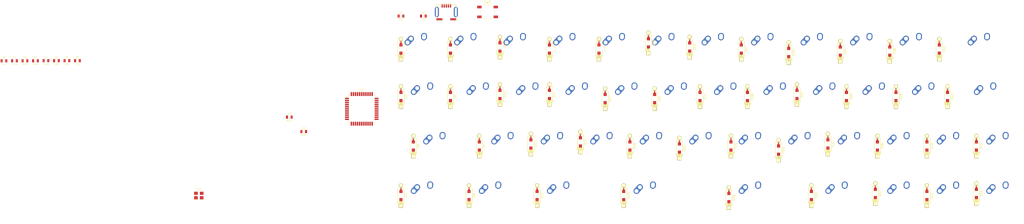
<source format=kicad_pcb>
(kicad_pcb (version 20171130) (host pcbnew "(5.1.10-1-10_14)")
  (layers (0 F.Cu signal) (31 B.Cu signal) (34 B.Paste user) (35 F.Paste user) (36 B.SilkS user) (37 F.SilkS user) (38 B.Mask user) (39 F.Mask user) (44 Edge.Cuts user))
  (net 0 "")
  (net 1 "Net-(C1-Pad1)")
  (net 2 +5V)
  (net 3 VCC)
  (net 4 "Net-(C8-Pad2)")
  (net 5 "Net-(D1-Pad2)")
  (net 6 /row0)
  (net 7 "Net-(D2-Pad2)")
  (net 8 /row1)
  (net 9 "Net-(D3-Pad2)")
  (net 10 /row2)
  (net 11 "Net-(D4-Pad2)")
  (net 12 /row3)
  (net 13 "Net-(D5-Pad2)")
  (net 14 "Net-(D6-Pad2)")
  (net 15 "Net-(D7-Pad2)")
  (net 16 "Net-(D8-Pad2)")
  (net 17 "Net-(D9-Pad2)")
  (net 18 "Net-(D10-Pad2)")
  (net 19 "Net-(D11-Pad2)")
  (net 20 "Net-(D12-Pad2)")
  (net 21 "Net-(D13-Pad2)")
  (net 22 "Net-(D14-Pad2)")
  (net 23 "Net-(D15-Pad2)")
  (net 24 "Net-(D16-Pad2)")
  (net 25 "Net-(D17-Pad2)")
  (net 26 "Net-(D18-Pad2)")
  (net 27 "Net-(D19-Pad2)")
  (net 28 "Net-(D20-Pad2)")
  (net 29 "Net-(D21-Pad2)")
  (net 30 "Net-(D22-Pad2)")
  (net 31 "Net-(D23-Pad2)")
  (net 32 "Net-(D24-Pad2)")
  (net 33 "Net-(D25-Pad2)")
  (net 34 "Net-(D26-Pad2)")
  (net 35 "Net-(D27-Pad2)")
  (net 36 "Net-(D28-Pad2)")
  (net 37 "Net-(D29-Pad2)")
  (net 38 "Net-(D30-Pad2)")
  (net 39 "Net-(D31-Pad2)")
  (net 40 "Net-(D32-Pad2)")
  (net 41 "Net-(D33-Pad2)")
  (net 42 "Net-(D34-Pad2)")
  (net 43 "Net-(D35-Pad2)")
  (net 44 "Net-(D36-Pad2)")
  (net 45 "Net-(D37-Pad2)")
  (net 46 "Net-(D38-Pad2)")
  (net 47 "Net-(D39-Pad2)")
  (net 48 "Net-(D40-Pad2)")
  (net 49 "Net-(D41-Pad2)")
  (net 50 "Net-(D42-Pad2)")
  (net 51 "Net-(D43-Pad2)")
  (net 52 "Net-(D44-Pad2)")
  (net 53 "Net-(D45-Pad2)")
  (net 54 "Net-(J1-Pad6)")
  (net 55 "Net-(J1-Pad2)")
  (net 56 "Net-(J1-Pad3)")
  (net 57 "Net-(J1-Pad4)")
  (net 58 /col0)
  (net 59 /col1)
  (net 60 /col2)
  (net 61 /col3)
  (net 62 /col4)
  (net 63 /col5)
  (net 64 /col6)
  (net 65 /col7)
  (net 66 /col8)
  (net 67 /col9)
  (net 68 /col10)
  (net 69 /col11)
  (net 70 "Net-(R1-Pad2)")
  (net 71 "Net-(R2-Pad1)")
  (net 72 "Net-(R3-Pad2)")
  (net 73 "Net-(R4-Pad2)")
  (net 74 "Net-(U1-Pad1)")
  (net 75 "Net-(U1-Pad7)")
  (net 76 "Net-(U1-Pad8)")
  (net 77 "Net-(U1-Pad9)")
  (net 78 "Net-(U1-Pad10)")
  (net 79 "Net-(U1-Pad11)")
  (net 80 "Net-(U1-Pad12)")
  (net 81 "Net-(U1-Pad14)")
  (net 82 "Net-(U1-Pad15)")
  (net 83 "Net-(U1-Pad18)")
  (net 84 "Net-(U1-Pad21)")
  (net 85 "Net-(U1-Pad22)")
  (net 86 "Net-(U1-Pad42)")
  (module MX_Alps_Hybrid:MX-1.25U-NoLED (layer F.Cu) (at 292.89375 -228.6)
    (fp_text reference K12)
    (fp_text value KEYSW)
    (pad "" np_thru_hole circle (at 5.08 0 48.0996) (size 1.75 1.75) (drill 1.75) (layers *.Cu *.Mask))
    (pad "" np_thru_hole circle (at -5.08 0 48.0996) (size 1.75 1.75) (drill 1.75) (layers *.Cu *.Mask))
    (pad 1 thru_hole circle (at -2.5 -4) (size 2.25 2.25) (drill 1.47) (layers *.Cu B.Mask) (net 60 /col2))
    (pad "" np_thru_hole circle (at 0 0) (size 3.9878 3.9878) (drill 3.9878) (layers *.Cu *.Mask))
    (pad 1 thru_hole oval (at -3.81 -2.54 48.0996) (size 4.211556 2.25) (drill 1.47 (offset 0.980778 0)) (layers *.Cu B.Mask) (net 60 /col2))
    (pad 2 thru_hole circle (at 2.54 -5.08) (size 2.25 2.25) (drill 1.47) (layers *.Cu B.Mask) (net 20 "Net-(D12-Pad2)"))
    (pad 2 thru_hole oval (at 2.5 -4.5 86.0548) (size 2.831378 2.25) (drill 1.47 (offset 0.290689 0)) (layers *.Cu B.Mask) (net 20 "Net-(D12-Pad2)"))
  )
  (module MX_Alps_Hybrid:MX-1.5U-NoLED (layer F.Cu) (at 266.7 -228.6)
    (fp_text reference K8)
    (fp_text value KEYSW)
    (pad "" np_thru_hole circle (at 5.08 0 48.0996) (size 1.75 1.75) (drill 1.75) (layers *.Cu *.Mask))
    (pad "" np_thru_hole circle (at -5.08 0 48.0996) (size 1.75 1.75) (drill 1.75) (layers *.Cu *.Mask))
    (pad 1 thru_hole circle (at -2.5 -4) (size 2.25 2.25) (drill 1.47) (layers *.Cu B.Mask) (net 59 /col1))
    (pad "" np_thru_hole circle (at 0 0) (size 3.9878 3.9878) (drill 3.9878) (layers *.Cu *.Mask))
    (pad 1 thru_hole oval (at -3.81 -2.54 48.0996) (size 4.211556 2.25) (drill 1.47 (offset 0.980778 0)) (layers *.Cu B.Mask) (net 59 /col1))
    (pad 2 thru_hole circle (at 2.54 -5.08) (size 2.25 2.25) (drill 1.47) (layers *.Cu B.Mask) (net 16 "Net-(D8-Pad2)"))
    (pad 2 thru_hole oval (at 2.5 -4.5 86.0548) (size 2.831378 2.25) (drill 1.47 (offset 0.290689 0)) (layers *.Cu B.Mask) (net 16 "Net-(D8-Pad2)"))
  )
  (module MX_Alps_Hybrid:MX-1U-NoLED (layer F.Cu) (at 461.9625 -228.6)
    (fp_text reference K45)
    (fp_text value KEYSW)
    (pad "" np_thru_hole circle (at 5.08 0 48.0996) (size 1.75 1.75) (drill 1.75) (layers *.Cu *.Mask))
    (pad "" np_thru_hole circle (at -5.08 0 48.0996) (size 1.75 1.75) (drill 1.75) (layers *.Cu *.Mask))
    (pad 1 thru_hole circle (at -2.5 -4) (size 2.25 2.25) (drill 1.47) (layers *.Cu B.Mask) (net 69 /col11))
    (pad "" np_thru_hole circle (at 0 0) (size 3.9878 3.9878) (drill 3.9878) (layers *.Cu *.Mask))
    (pad 1 thru_hole oval (at -3.81 -2.54 48.0996) (size 4.211556 2.25) (drill 1.47 (offset 0.980778 0)) (layers *.Cu B.Mask) (net 69 /col11))
    (pad 2 thru_hole circle (at 2.54 -5.08) (size 2.25 2.25) (drill 1.47) (layers *.Cu B.Mask) (net 53 "Net-(D45-Pad2)"))
    (pad 2 thru_hole oval (at 2.5 -4.5 86.0548) (size 2.831378 2.25) (drill 1.47 (offset 0.290689 0)) (layers *.Cu B.Mask) (net 53 "Net-(D45-Pad2)"))
  )
  (module MX_Alps_Hybrid:MX-1U-NoLED (layer F.Cu) (at 461.9625 -247.65)
    (fp_text reference K44)
    (fp_text value KEYSW)
    (pad "" np_thru_hole circle (at 5.08 0 48.0996) (size 1.75 1.75) (drill 1.75) (layers *.Cu *.Mask))
    (pad "" np_thru_hole circle (at -5.08 0 48.0996) (size 1.75 1.75) (drill 1.75) (layers *.Cu *.Mask))
    (pad 1 thru_hole circle (at -2.5 -4) (size 2.25 2.25) (drill 1.47) (layers *.Cu B.Mask) (net 69 /col11))
    (pad "" np_thru_hole circle (at 0 0) (size 3.9878 3.9878) (drill 3.9878) (layers *.Cu *.Mask))
    (pad 1 thru_hole oval (at -3.81 -2.54 48.0996) (size 4.211556 2.25) (drill 1.47 (offset 0.980778 0)) (layers *.Cu B.Mask) (net 69 /col11))
    (pad 2 thru_hole circle (at 2.54 -5.08) (size 2.25 2.25) (drill 1.47) (layers *.Cu B.Mask) (net 52 "Net-(D44-Pad2)"))
    (pad 2 thru_hole oval (at 2.5 -4.5 86.0548) (size 2.831378 2.25) (drill 1.47 (offset 0.290689 0)) (layers *.Cu B.Mask) (net 52 "Net-(D44-Pad2)"))
  )
  (module MX_Alps_Hybrid:MX-1.5U-NoLED (layer F.Cu) (at 457.2 -266.7)
    (fp_text reference K43)
    (fp_text value KEYSW)
    (pad "" np_thru_hole circle (at 5.08 0 48.0996) (size 1.75 1.75) (drill 1.75) (layers *.Cu *.Mask))
    (pad "" np_thru_hole circle (at -5.08 0 48.0996) (size 1.75 1.75) (drill 1.75) (layers *.Cu *.Mask))
    (pad 1 thru_hole circle (at -2.5 -4) (size 2.25 2.25) (drill 1.47) (layers *.Cu B.Mask) (net 69 /col11))
    (pad "" np_thru_hole circle (at 0 0) (size 3.9878 3.9878) (drill 3.9878) (layers *.Cu *.Mask))
    (pad 1 thru_hole oval (at -3.81 -2.54 48.0996) (size 4.211556 2.25) (drill 1.47 (offset 0.980778 0)) (layers *.Cu B.Mask) (net 69 /col11))
    (pad 2 thru_hole circle (at 2.54 -5.08) (size 2.25 2.25) (drill 1.47) (layers *.Cu B.Mask) (net 51 "Net-(D43-Pad2)"))
    (pad 2 thru_hole oval (at 2.5 -4.5 86.0548) (size 2.831378 2.25) (drill 1.47 (offset 0.290689 0)) (layers *.Cu B.Mask) (net 51 "Net-(D43-Pad2)"))
  )
  (module MX_Alps_Hybrid:MX-1.75U-NoLED (layer F.Cu) (at 454.81875 -285.75)
    (fp_text reference K42)
    (fp_text value KEYSW)
    (pad "" np_thru_hole circle (at 5.08 0 48.0996) (size 1.75 1.75) (drill 1.75) (layers *.Cu *.Mask))
    (pad "" np_thru_hole circle (at -5.08 0 48.0996) (size 1.75 1.75) (drill 1.75) (layers *.Cu *.Mask))
    (pad 1 thru_hole circle (at -2.5 -4) (size 2.25 2.25) (drill 1.47) (layers *.Cu B.Mask) (net 69 /col11))
    (pad "" np_thru_hole circle (at 0 0) (size 3.9878 3.9878) (drill 3.9878) (layers *.Cu *.Mask))
    (pad 1 thru_hole oval (at -3.81 -2.54 48.0996) (size 4.211556 2.25) (drill 1.47 (offset 0.980778 0)) (layers *.Cu B.Mask) (net 69 /col11))
    (pad 2 thru_hole circle (at 2.54 -5.08) (size 2.25 2.25) (drill 1.47) (layers *.Cu B.Mask) (net 50 "Net-(D42-Pad2)"))
    (pad 2 thru_hole oval (at 2.5 -4.5 86.0548) (size 2.831378 2.25) (drill 1.47 (offset 0.290689 0)) (layers *.Cu B.Mask) (net 50 "Net-(D42-Pad2)"))
  )
  (module MX_Alps_Hybrid:MX-1U-NoLED (layer F.Cu) (at 442.9125 -228.6)
    (fp_text reference K41)
    (fp_text value KEYSW)
    (pad "" np_thru_hole circle (at 5.08 0 48.0996) (size 1.75 1.75) (drill 1.75) (layers *.Cu *.Mask))
    (pad "" np_thru_hole circle (at -5.08 0 48.0996) (size 1.75 1.75) (drill 1.75) (layers *.Cu *.Mask))
    (pad 1 thru_hole circle (at -2.5 -4) (size 2.25 2.25) (drill 1.47) (layers *.Cu B.Mask) (net 68 /col10))
    (pad "" np_thru_hole circle (at 0 0) (size 3.9878 3.9878) (drill 3.9878) (layers *.Cu *.Mask))
    (pad 1 thru_hole oval (at -3.81 -2.54 48.0996) (size 4.211556 2.25) (drill 1.47 (offset 0.980778 0)) (layers *.Cu B.Mask) (net 68 /col10))
    (pad 2 thru_hole circle (at 2.54 -5.08) (size 2.25 2.25) (drill 1.47) (layers *.Cu B.Mask) (net 49 "Net-(D41-Pad2)"))
    (pad 2 thru_hole oval (at 2.5 -4.5 86.0548) (size 2.831378 2.25) (drill 1.47 (offset 0.290689 0)) (layers *.Cu B.Mask) (net 49 "Net-(D41-Pad2)"))
  )
  (module MX_Alps_Hybrid:MX-1U-NoLED (layer F.Cu) (at 442.9125 -247.65)
    (fp_text reference K40)
    (fp_text value KEYSW)
    (pad "" np_thru_hole circle (at 5.08 0 48.0996) (size 1.75 1.75) (drill 1.75) (layers *.Cu *.Mask))
    (pad "" np_thru_hole circle (at -5.08 0 48.0996) (size 1.75 1.75) (drill 1.75) (layers *.Cu *.Mask))
    (pad 1 thru_hole circle (at -2.5 -4) (size 2.25 2.25) (drill 1.47) (layers *.Cu B.Mask) (net 68 /col10))
    (pad "" np_thru_hole circle (at 0 0) (size 3.9878 3.9878) (drill 3.9878) (layers *.Cu *.Mask))
    (pad 1 thru_hole oval (at -3.81 -2.54 48.0996) (size 4.211556 2.25) (drill 1.47 (offset 0.980778 0)) (layers *.Cu B.Mask) (net 68 /col10))
    (pad 2 thru_hole circle (at 2.54 -5.08) (size 2.25 2.25) (drill 1.47) (layers *.Cu B.Mask) (net 48 "Net-(D40-Pad2)"))
    (pad 2 thru_hole oval (at 2.5 -4.5 86.0548) (size 2.831378 2.25) (drill 1.47 (offset 0.290689 0)) (layers *.Cu B.Mask) (net 48 "Net-(D40-Pad2)"))
  )
  (module MX_Alps_Hybrid:MX-1U-NoLED (layer F.Cu) (at 433.3875 -266.7)
    (fp_text reference K39)
    (fp_text value KEYSW)
    (pad "" np_thru_hole circle (at 5.08 0 48.0996) (size 1.75 1.75) (drill 1.75) (layers *.Cu *.Mask))
    (pad "" np_thru_hole circle (at -5.08 0 48.0996) (size 1.75 1.75) (drill 1.75) (layers *.Cu *.Mask))
    (pad 1 thru_hole circle (at -2.5 -4) (size 2.25 2.25) (drill 1.47) (layers *.Cu B.Mask) (net 68 /col10))
    (pad "" np_thru_hole circle (at 0 0) (size 3.9878 3.9878) (drill 3.9878) (layers *.Cu *.Mask))
    (pad 1 thru_hole oval (at -3.81 -2.54 48.0996) (size 4.211556 2.25) (drill 1.47 (offset 0.980778 0)) (layers *.Cu B.Mask) (net 68 /col10))
    (pad 2 thru_hole circle (at 2.54 -5.08) (size 2.25 2.25) (drill 1.47) (layers *.Cu B.Mask) (net 47 "Net-(D39-Pad2)"))
    (pad 2 thru_hole oval (at 2.5 -4.5 86.0548) (size 2.831378 2.25) (drill 1.47 (offset 0.290689 0)) (layers *.Cu B.Mask) (net 47 "Net-(D39-Pad2)"))
  )
  (module MX_Alps_Hybrid:MX-1U-NoLED (layer F.Cu) (at 428.625 -285.75)
    (fp_text reference K38)
    (fp_text value KEYSW)
    (pad "" np_thru_hole circle (at 5.08 0 48.0996) (size 1.75 1.75) (drill 1.75) (layers *.Cu *.Mask))
    (pad "" np_thru_hole circle (at -5.08 0 48.0996) (size 1.75 1.75) (drill 1.75) (layers *.Cu *.Mask))
    (pad 1 thru_hole circle (at -2.5 -4) (size 2.25 2.25) (drill 1.47) (layers *.Cu B.Mask) (net 68 /col10))
    (pad "" np_thru_hole circle (at 0 0) (size 3.9878 3.9878) (drill 3.9878) (layers *.Cu *.Mask))
    (pad 1 thru_hole oval (at -3.81 -2.54 48.0996) (size 4.211556 2.25) (drill 1.47 (offset 0.980778 0)) (layers *.Cu B.Mask) (net 68 /col10))
    (pad 2 thru_hole circle (at 2.54 -5.08) (size 2.25 2.25) (drill 1.47) (layers *.Cu B.Mask) (net 46 "Net-(D38-Pad2)"))
    (pad 2 thru_hole oval (at 2.5 -4.5 86.0548) (size 2.831378 2.25) (drill 1.47 (offset 0.290689 0)) (layers *.Cu B.Mask) (net 46 "Net-(D38-Pad2)"))
  )
  (module MX_Alps_Hybrid:MX-1U-NoLED (layer F.Cu) (at 423.8625 -228.6)
    (fp_text reference K37)
    (fp_text value KEYSW)
    (pad "" np_thru_hole circle (at 5.08 0 48.0996) (size 1.75 1.75) (drill 1.75) (layers *.Cu *.Mask))
    (pad "" np_thru_hole circle (at -5.08 0 48.0996) (size 1.75 1.75) (drill 1.75) (layers *.Cu *.Mask))
    (pad 1 thru_hole circle (at -2.5 -4) (size 2.25 2.25) (drill 1.47) (layers *.Cu B.Mask) (net 67 /col9))
    (pad "" np_thru_hole circle (at 0 0) (size 3.9878 3.9878) (drill 3.9878) (layers *.Cu *.Mask))
    (pad 1 thru_hole oval (at -3.81 -2.54 48.0996) (size 4.211556 2.25) (drill 1.47 (offset 0.980778 0)) (layers *.Cu B.Mask) (net 67 /col9))
    (pad 2 thru_hole circle (at 2.54 -5.08) (size 2.25 2.25) (drill 1.47) (layers *.Cu B.Mask) (net 45 "Net-(D37-Pad2)"))
    (pad 2 thru_hole oval (at 2.5 -4.5 86.0548) (size 2.831378 2.25) (drill 1.47 (offset 0.290689 0)) (layers *.Cu B.Mask) (net 45 "Net-(D37-Pad2)"))
  )
  (module MX_Alps_Hybrid:MX-1U-NoLED (layer F.Cu) (at 423.8625 -247.65)
    (fp_text reference K36)
    (fp_text value KEYSW)
    (pad "" np_thru_hole circle (at 5.08 0 48.0996) (size 1.75 1.75) (drill 1.75) (layers *.Cu *.Mask))
    (pad "" np_thru_hole circle (at -5.08 0 48.0996) (size 1.75 1.75) (drill 1.75) (layers *.Cu *.Mask))
    (pad 1 thru_hole circle (at -2.5 -4) (size 2.25 2.25) (drill 1.47) (layers *.Cu B.Mask) (net 67 /col9))
    (pad "" np_thru_hole circle (at 0 0) (size 3.9878 3.9878) (drill 3.9878) (layers *.Cu *.Mask))
    (pad 1 thru_hole oval (at -3.81 -2.54 48.0996) (size 4.211556 2.25) (drill 1.47 (offset 0.980778 0)) (layers *.Cu B.Mask) (net 67 /col9))
    (pad 2 thru_hole circle (at 2.54 -5.08) (size 2.25 2.25) (drill 1.47) (layers *.Cu B.Mask) (net 44 "Net-(D36-Pad2)"))
    (pad 2 thru_hole oval (at 2.5 -4.5 86.0548) (size 2.831378 2.25) (drill 1.47 (offset 0.290689 0)) (layers *.Cu B.Mask) (net 44 "Net-(D36-Pad2)"))
  )
  (module MX_Alps_Hybrid:MX-1U-NoLED (layer F.Cu) (at 414.3375 -266.7)
    (fp_text reference K35)
    (fp_text value KEYSW)
    (pad "" np_thru_hole circle (at 5.08 0 48.0996) (size 1.75 1.75) (drill 1.75) (layers *.Cu *.Mask))
    (pad "" np_thru_hole circle (at -5.08 0 48.0996) (size 1.75 1.75) (drill 1.75) (layers *.Cu *.Mask))
    (pad 1 thru_hole circle (at -2.5 -4) (size 2.25 2.25) (drill 1.47) (layers *.Cu B.Mask) (net 67 /col9))
    (pad "" np_thru_hole circle (at 0 0) (size 3.9878 3.9878) (drill 3.9878) (layers *.Cu *.Mask))
    (pad 1 thru_hole oval (at -3.81 -2.54 48.0996) (size 4.211556 2.25) (drill 1.47 (offset 0.980778 0)) (layers *.Cu B.Mask) (net 67 /col9))
    (pad 2 thru_hole circle (at 2.54 -5.08) (size 2.25 2.25) (drill 1.47) (layers *.Cu B.Mask) (net 43 "Net-(D35-Pad2)"))
    (pad 2 thru_hole oval (at 2.5 -4.5 86.0548) (size 2.831378 2.25) (drill 1.47 (offset 0.290689 0)) (layers *.Cu B.Mask) (net 43 "Net-(D35-Pad2)"))
  )
  (module MX_Alps_Hybrid:MX-1U-NoLED (layer F.Cu) (at 409.575 -285.75)
    (fp_text reference K34)
    (fp_text value KEYSW)
    (pad "" np_thru_hole circle (at 5.08 0 48.0996) (size 1.75 1.75) (drill 1.75) (layers *.Cu *.Mask))
    (pad "" np_thru_hole circle (at -5.08 0 48.0996) (size 1.75 1.75) (drill 1.75) (layers *.Cu *.Mask))
    (pad 1 thru_hole circle (at -2.5 -4) (size 2.25 2.25) (drill 1.47) (layers *.Cu B.Mask) (net 67 /col9))
    (pad "" np_thru_hole circle (at 0 0) (size 3.9878 3.9878) (drill 3.9878) (layers *.Cu *.Mask))
    (pad 1 thru_hole oval (at -3.81 -2.54 48.0996) (size 4.211556 2.25) (drill 1.47 (offset 0.980778 0)) (layers *.Cu B.Mask) (net 67 /col9))
    (pad 2 thru_hole circle (at 2.54 -5.08) (size 2.25 2.25) (drill 1.47) (layers *.Cu B.Mask) (net 42 "Net-(D34-Pad2)"))
    (pad 2 thru_hole oval (at 2.5 -4.5 86.0548) (size 2.831378 2.25) (drill 1.47 (offset 0.290689 0)) (layers *.Cu B.Mask) (net 42 "Net-(D34-Pad2)"))
  )
  (module MX_Alps_Hybrid:MX-1.5U-NoLED (layer F.Cu) (at 400.05 -228.6)
    (fp_text reference K33)
    (fp_text value KEYSW)
    (pad "" np_thru_hole circle (at 5.08 0 48.0996) (size 1.75 1.75) (drill 1.75) (layers *.Cu *.Mask))
    (pad "" np_thru_hole circle (at -5.08 0 48.0996) (size 1.75 1.75) (drill 1.75) (layers *.Cu *.Mask))
    (pad 1 thru_hole circle (at -2.5 -4) (size 2.25 2.25) (drill 1.47) (layers *.Cu B.Mask) (net 66 /col8))
    (pad "" np_thru_hole circle (at 0 0) (size 3.9878 3.9878) (drill 3.9878) (layers *.Cu *.Mask))
    (pad 1 thru_hole oval (at -3.81 -2.54 48.0996) (size 4.211556 2.25) (drill 1.47 (offset 0.980778 0)) (layers *.Cu B.Mask) (net 66 /col8))
    (pad 2 thru_hole circle (at 2.54 -5.08) (size 2.25 2.25) (drill 1.47) (layers *.Cu B.Mask) (net 41 "Net-(D33-Pad2)"))
    (pad 2 thru_hole oval (at 2.5 -4.5 86.0548) (size 2.831378 2.25) (drill 1.47 (offset 0.290689 0)) (layers *.Cu B.Mask) (net 41 "Net-(D33-Pad2)"))
  )
  (module MX_Alps_Hybrid:MX-1U-NoLED (layer F.Cu) (at 404.8125 -247.65)
    (fp_text reference K32)
    (fp_text value KEYSW)
    (pad "" np_thru_hole circle (at 5.08 0 48.0996) (size 1.75 1.75) (drill 1.75) (layers *.Cu *.Mask))
    (pad "" np_thru_hole circle (at -5.08 0 48.0996) (size 1.75 1.75) (drill 1.75) (layers *.Cu *.Mask))
    (pad 1 thru_hole circle (at -2.5 -4) (size 2.25 2.25) (drill 1.47) (layers *.Cu B.Mask) (net 66 /col8))
    (pad "" np_thru_hole circle (at 0 0) (size 3.9878 3.9878) (drill 3.9878) (layers *.Cu *.Mask))
    (pad 1 thru_hole oval (at -3.81 -2.54 48.0996) (size 4.211556 2.25) (drill 1.47 (offset 0.980778 0)) (layers *.Cu B.Mask) (net 66 /col8))
    (pad 2 thru_hole circle (at 2.54 -5.08) (size 2.25 2.25) (drill 1.47) (layers *.Cu B.Mask) (net 40 "Net-(D32-Pad2)"))
    (pad 2 thru_hole oval (at 2.5 -4.5 86.0548) (size 2.831378 2.25) (drill 1.47 (offset 0.290689 0)) (layers *.Cu B.Mask) (net 40 "Net-(D32-Pad2)"))
  )
  (module MX_Alps_Hybrid:MX-1U-NoLED (layer F.Cu) (at 395.2875 -266.7)
    (fp_text reference K31)
    (fp_text value KEYSW)
    (pad "" np_thru_hole circle (at 5.08 0 48.0996) (size 1.75 1.75) (drill 1.75) (layers *.Cu *.Mask))
    (pad "" np_thru_hole circle (at -5.08 0 48.0996) (size 1.75 1.75) (drill 1.75) (layers *.Cu *.Mask))
    (pad 1 thru_hole circle (at -2.5 -4) (size 2.25 2.25) (drill 1.47) (layers *.Cu B.Mask) (net 66 /col8))
    (pad "" np_thru_hole circle (at 0 0) (size 3.9878 3.9878) (drill 3.9878) (layers *.Cu *.Mask))
    (pad 1 thru_hole oval (at -3.81 -2.54 48.0996) (size 4.211556 2.25) (drill 1.47 (offset 0.980778 0)) (layers *.Cu B.Mask) (net 66 /col8))
    (pad 2 thru_hole circle (at 2.54 -5.08) (size 2.25 2.25) (drill 1.47) (layers *.Cu B.Mask) (net 39 "Net-(D31-Pad2)"))
    (pad 2 thru_hole oval (at 2.5 -4.5 86.0548) (size 2.831378 2.25) (drill 1.47 (offset 0.290689 0)) (layers *.Cu B.Mask) (net 39 "Net-(D31-Pad2)"))
  )
  (module MX_Alps_Hybrid:MX-1U-NoLED (layer F.Cu) (at 390.525 -285.75)
    (fp_text reference K30)
    (fp_text value KEYSW)
    (pad "" np_thru_hole circle (at 5.08 0 48.0996) (size 1.75 1.75) (drill 1.75) (layers *.Cu *.Mask))
    (pad "" np_thru_hole circle (at -5.08 0 48.0996) (size 1.75 1.75) (drill 1.75) (layers *.Cu *.Mask))
    (pad 1 thru_hole circle (at -2.5 -4) (size 2.25 2.25) (drill 1.47) (layers *.Cu B.Mask) (net 66 /col8))
    (pad "" np_thru_hole circle (at 0 0) (size 3.9878 3.9878) (drill 3.9878) (layers *.Cu *.Mask))
    (pad 1 thru_hole oval (at -3.81 -2.54 48.0996) (size 4.211556 2.25) (drill 1.47 (offset 0.980778 0)) (layers *.Cu B.Mask) (net 66 /col8))
    (pad 2 thru_hole circle (at 2.54 -5.08) (size 2.25 2.25) (drill 1.47) (layers *.Cu B.Mask) (net 38 "Net-(D30-Pad2)"))
    (pad 2 thru_hole oval (at 2.5 -4.5 86.0548) (size 2.831378 2.25) (drill 1.47 (offset 0.290689 0)) (layers *.Cu B.Mask) (net 38 "Net-(D30-Pad2)"))
  )
  (module MX_Alps_Hybrid:MX-1U-NoLED (layer F.Cu) (at 385.7625 -247.65)
    (fp_text reference K29)
    (fp_text value KEYSW)
    (pad "" np_thru_hole circle (at 5.08 0 48.0996) (size 1.75 1.75) (drill 1.75) (layers *.Cu *.Mask))
    (pad "" np_thru_hole circle (at -5.08 0 48.0996) (size 1.75 1.75) (drill 1.75) (layers *.Cu *.Mask))
    (pad 1 thru_hole circle (at -2.5 -4) (size 2.25 2.25) (drill 1.47) (layers *.Cu B.Mask) (net 65 /col7))
    (pad "" np_thru_hole circle (at 0 0) (size 3.9878 3.9878) (drill 3.9878) (layers *.Cu *.Mask))
    (pad 1 thru_hole oval (at -3.81 -2.54 48.0996) (size 4.211556 2.25) (drill 1.47 (offset 0.980778 0)) (layers *.Cu B.Mask) (net 65 /col7))
    (pad 2 thru_hole circle (at 2.54 -5.08) (size 2.25 2.25) (drill 1.47) (layers *.Cu B.Mask) (net 37 "Net-(D29-Pad2)"))
    (pad 2 thru_hole oval (at 2.5 -4.5 86.0548) (size 2.831378 2.25) (drill 1.47 (offset 0.290689 0)) (layers *.Cu B.Mask) (net 37 "Net-(D29-Pad2)"))
  )
  (module MX_Alps_Hybrid:MX-1U-NoLED (layer F.Cu) (at 376.2375 -266.7)
    (fp_text reference K28)
    (fp_text value KEYSW)
    (pad "" np_thru_hole circle (at 5.08 0 48.0996) (size 1.75 1.75) (drill 1.75) (layers *.Cu *.Mask))
    (pad "" np_thru_hole circle (at -5.08 0 48.0996) (size 1.75 1.75) (drill 1.75) (layers *.Cu *.Mask))
    (pad 1 thru_hole circle (at -2.5 -4) (size 2.25 2.25) (drill 1.47) (layers *.Cu B.Mask) (net 65 /col7))
    (pad "" np_thru_hole circle (at 0 0) (size 3.9878 3.9878) (drill 3.9878) (layers *.Cu *.Mask))
    (pad 1 thru_hole oval (at -3.81 -2.54 48.0996) (size 4.211556 2.25) (drill 1.47 (offset 0.980778 0)) (layers *.Cu B.Mask) (net 65 /col7))
    (pad 2 thru_hole circle (at 2.54 -5.08) (size 2.25 2.25) (drill 1.47) (layers *.Cu B.Mask) (net 36 "Net-(D28-Pad2)"))
    (pad 2 thru_hole oval (at 2.5 -4.5 86.0548) (size 2.831378 2.25) (drill 1.47 (offset 0.290689 0)) (layers *.Cu B.Mask) (net 36 "Net-(D28-Pad2)"))
  )
  (module MX_Alps_Hybrid:MX-1U-NoLED (layer F.Cu) (at 371.475 -285.75)
    (fp_text reference K27)
    (fp_text value KEYSW)
    (pad "" np_thru_hole circle (at 5.08 0 48.0996) (size 1.75 1.75) (drill 1.75) (layers *.Cu *.Mask))
    (pad "" np_thru_hole circle (at -5.08 0 48.0996) (size 1.75 1.75) (drill 1.75) (layers *.Cu *.Mask))
    (pad 1 thru_hole circle (at -2.5 -4) (size 2.25 2.25) (drill 1.47) (layers *.Cu B.Mask) (net 65 /col7))
    (pad "" np_thru_hole circle (at 0 0) (size 3.9878 3.9878) (drill 3.9878) (layers *.Cu *.Mask))
    (pad 1 thru_hole oval (at -3.81 -2.54 48.0996) (size 4.211556 2.25) (drill 1.47 (offset 0.980778 0)) (layers *.Cu B.Mask) (net 65 /col7))
    (pad 2 thru_hole circle (at 2.54 -5.08) (size 2.25 2.25) (drill 1.47) (layers *.Cu B.Mask) (net 35 "Net-(D27-Pad2)"))
    (pad 2 thru_hole oval (at 2.5 -4.5 86.0548) (size 2.831378 2.25) (drill 1.47 (offset 0.290689 0)) (layers *.Cu B.Mask) (net 35 "Net-(D27-Pad2)"))
  )
  (module MX_Alps_Hybrid:MX-2U-NoLED (layer F.Cu) (at 366.7125 -228.6)
    (fp_text reference K26)
    (fp_text value KEYSW)
    (pad "" np_thru_hole circle (at 11.938 8.255) (size 3.9878 3.9878) (drill 3.9878) (layers *.Cu *.Mask))
    (pad "" np_thru_hole circle (at -11.938 8.255) (size 3.9878 3.9878) (drill 3.9878) (layers *.Cu *.Mask))
    (pad "" np_thru_hole circle (at 11.938 -6.985) (size 3.048 3.048) (drill 3.048) (layers *.Cu *.Mask))
    (pad "" np_thru_hole circle (at -11.938 -6.985) (size 3.048 3.048) (drill 3.048) (layers *.Cu *.Mask))
    (pad "" np_thru_hole circle (at 5.08 0 48.0996) (size 1.75 1.75) (drill 1.75) (layers *.Cu *.Mask))
    (pad "" np_thru_hole circle (at -5.08 0 48.0996) (size 1.75 1.75) (drill 1.75) (layers *.Cu *.Mask))
    (pad 1 thru_hole circle (at -2.5 -4) (size 2.25 2.25) (drill 1.47) (layers *.Cu B.Mask) (net 64 /col6))
    (pad "" np_thru_hole circle (at 0 0) (size 3.9878 3.9878) (drill 3.9878) (layers *.Cu *.Mask))
    (pad 1 thru_hole oval (at -3.81 -2.54 48.0996) (size 4.211556 2.25) (drill 1.47 (offset 0.980778 0)) (layers *.Cu B.Mask) (net 64 /col6))
    (pad 2 thru_hole circle (at 2.54 -5.08) (size 2.25 2.25) (drill 1.47) (layers *.Cu B.Mask) (net 34 "Net-(D26-Pad2)"))
    (pad 2 thru_hole oval (at 2.5 -4.5 86.0548) (size 2.831378 2.25) (drill 1.47 (offset 0.290689 0)) (layers *.Cu B.Mask) (net 34 "Net-(D26-Pad2)"))
  )
  (module MX_Alps_Hybrid:MX-1U-NoLED (layer F.Cu) (at 366.7125 -247.65)
    (fp_text reference K25)
    (fp_text value KEYSW)
    (pad "" np_thru_hole circle (at 5.08 0 48.0996) (size 1.75 1.75) (drill 1.75) (layers *.Cu *.Mask))
    (pad "" np_thru_hole circle (at -5.08 0 48.0996) (size 1.75 1.75) (drill 1.75) (layers *.Cu *.Mask))
    (pad 1 thru_hole circle (at -2.5 -4) (size 2.25 2.25) (drill 1.47) (layers *.Cu B.Mask) (net 64 /col6))
    (pad "" np_thru_hole circle (at 0 0) (size 3.9878 3.9878) (drill 3.9878) (layers *.Cu *.Mask))
    (pad 1 thru_hole oval (at -3.81 -2.54 48.0996) (size 4.211556 2.25) (drill 1.47 (offset 0.980778 0)) (layers *.Cu B.Mask) (net 64 /col6))
    (pad 2 thru_hole circle (at 2.54 -5.08) (size 2.25 2.25) (drill 1.47) (layers *.Cu B.Mask) (net 33 "Net-(D25-Pad2)"))
    (pad 2 thru_hole oval (at 2.5 -4.5 86.0548) (size 2.831378 2.25) (drill 1.47 (offset 0.290689 0)) (layers *.Cu B.Mask) (net 33 "Net-(D25-Pad2)"))
  )
  (module MX_Alps_Hybrid:MX-1U-NoLED (layer F.Cu) (at 357.1875 -266.7)
    (fp_text reference K24)
    (fp_text value KEYSW)
    (pad "" np_thru_hole circle (at 5.08 0 48.0996) (size 1.75 1.75) (drill 1.75) (layers *.Cu *.Mask))
    (pad "" np_thru_hole circle (at -5.08 0 48.0996) (size 1.75 1.75) (drill 1.75) (layers *.Cu *.Mask))
    (pad 1 thru_hole circle (at -2.5 -4) (size 2.25 2.25) (drill 1.47) (layers *.Cu B.Mask) (net 64 /col6))
    (pad "" np_thru_hole circle (at 0 0) (size 3.9878 3.9878) (drill 3.9878) (layers *.Cu *.Mask))
    (pad 1 thru_hole oval (at -3.81 -2.54 48.0996) (size 4.211556 2.25) (drill 1.47 (offset 0.980778 0)) (layers *.Cu B.Mask) (net 64 /col6))
    (pad 2 thru_hole circle (at 2.54 -5.08) (size 2.25 2.25) (drill 1.47) (layers *.Cu B.Mask) (net 32 "Net-(D24-Pad2)"))
    (pad 2 thru_hole oval (at 2.5 -4.5 86.0548) (size 2.831378 2.25) (drill 1.47 (offset 0.290689 0)) (layers *.Cu B.Mask) (net 32 "Net-(D24-Pad2)"))
  )
  (module MX_Alps_Hybrid:MX-1U-NoLED (layer F.Cu) (at 352.425 -285.75)
    (fp_text reference K23)
    (fp_text value KEYSW)
    (pad "" np_thru_hole circle (at 5.08 0 48.0996) (size 1.75 1.75) (drill 1.75) (layers *.Cu *.Mask))
    (pad "" np_thru_hole circle (at -5.08 0 48.0996) (size 1.75 1.75) (drill 1.75) (layers *.Cu *.Mask))
    (pad 1 thru_hole circle (at -2.5 -4) (size 2.25 2.25) (drill 1.47) (layers *.Cu B.Mask) (net 64 /col6))
    (pad "" np_thru_hole circle (at 0 0) (size 3.9878 3.9878) (drill 3.9878) (layers *.Cu *.Mask))
    (pad 1 thru_hole oval (at -3.81 -2.54 48.0996) (size 4.211556 2.25) (drill 1.47 (offset 0.980778 0)) (layers *.Cu B.Mask) (net 64 /col6))
    (pad 2 thru_hole circle (at 2.54 -5.08) (size 2.25 2.25) (drill 1.47) (layers *.Cu B.Mask) (net 31 "Net-(D23-Pad2)"))
    (pad 2 thru_hole oval (at 2.5 -4.5 86.0548) (size 2.831378 2.25) (drill 1.47 (offset 0.290689 0)) (layers *.Cu B.Mask) (net 31 "Net-(D23-Pad2)"))
  )
  (module MX_Alps_Hybrid:MX-1U-NoLED (layer F.Cu) (at 347.6625 -247.65)
    (fp_text reference K22)
    (fp_text value KEYSW)
    (pad "" np_thru_hole circle (at 5.08 0 48.0996) (size 1.75 1.75) (drill 1.75) (layers *.Cu *.Mask))
    (pad "" np_thru_hole circle (at -5.08 0 48.0996) (size 1.75 1.75) (drill 1.75) (layers *.Cu *.Mask))
    (pad 1 thru_hole circle (at -2.5 -4) (size 2.25 2.25) (drill 1.47) (layers *.Cu B.Mask) (net 63 /col5))
    (pad "" np_thru_hole circle (at 0 0) (size 3.9878 3.9878) (drill 3.9878) (layers *.Cu *.Mask))
    (pad 1 thru_hole oval (at -3.81 -2.54 48.0996) (size 4.211556 2.25) (drill 1.47 (offset 0.980778 0)) (layers *.Cu B.Mask) (net 63 /col5))
    (pad 2 thru_hole circle (at 2.54 -5.08) (size 2.25 2.25) (drill 1.47) (layers *.Cu B.Mask) (net 30 "Net-(D22-Pad2)"))
    (pad 2 thru_hole oval (at 2.5 -4.5 86.0548) (size 2.831378 2.25) (drill 1.47 (offset 0.290689 0)) (layers *.Cu B.Mask) (net 30 "Net-(D22-Pad2)"))
  )
  (module MX_Alps_Hybrid:MX-1U-NoLED (layer F.Cu) (at 338.1375 -266.7)
    (fp_text reference K21)
    (fp_text value KEYSW)
    (pad "" np_thru_hole circle (at 5.08 0 48.0996) (size 1.75 1.75) (drill 1.75) (layers *.Cu *.Mask))
    (pad "" np_thru_hole circle (at -5.08 0 48.0996) (size 1.75 1.75) (drill 1.75) (layers *.Cu *.Mask))
    (pad 1 thru_hole circle (at -2.5 -4) (size 2.25 2.25) (drill 1.47) (layers *.Cu B.Mask) (net 63 /col5))
    (pad "" np_thru_hole circle (at 0 0) (size 3.9878 3.9878) (drill 3.9878) (layers *.Cu *.Mask))
    (pad 1 thru_hole oval (at -3.81 -2.54 48.0996) (size 4.211556 2.25) (drill 1.47 (offset 0.980778 0)) (layers *.Cu B.Mask) (net 63 /col5))
    (pad 2 thru_hole circle (at 2.54 -5.08) (size 2.25 2.25) (drill 1.47) (layers *.Cu B.Mask) (net 29 "Net-(D21-Pad2)"))
    (pad 2 thru_hole oval (at 2.5 -4.5 86.0548) (size 2.831378 2.25) (drill 1.47 (offset 0.290689 0)) (layers *.Cu B.Mask) (net 29 "Net-(D21-Pad2)"))
  )
  (module MX_Alps_Hybrid:MX-1U-NoLED (layer F.Cu) (at 333.375 -285.75)
    (fp_text reference K20)
    (fp_text value KEYSW)
    (pad "" np_thru_hole circle (at 5.08 0 48.0996) (size 1.75 1.75) (drill 1.75) (layers *.Cu *.Mask))
    (pad "" np_thru_hole circle (at -5.08 0 48.0996) (size 1.75 1.75) (drill 1.75) (layers *.Cu *.Mask))
    (pad 1 thru_hole circle (at -2.5 -4) (size 2.25 2.25) (drill 1.47) (layers *.Cu B.Mask) (net 63 /col5))
    (pad "" np_thru_hole circle (at 0 0) (size 3.9878 3.9878) (drill 3.9878) (layers *.Cu *.Mask))
    (pad 1 thru_hole oval (at -3.81 -2.54 48.0996) (size 4.211556 2.25) (drill 1.47 (offset 0.980778 0)) (layers *.Cu B.Mask) (net 63 /col5))
    (pad 2 thru_hole circle (at 2.54 -5.08) (size 2.25 2.25) (drill 1.47) (layers *.Cu B.Mask) (net 28 "Net-(D20-Pad2)"))
    (pad 2 thru_hole oval (at 2.5 -4.5 86.0548) (size 2.831378 2.25) (drill 1.47 (offset 0.290689 0)) (layers *.Cu B.Mask) (net 28 "Net-(D20-Pad2)"))
  )
  (module MX_Alps_Hybrid:MX-2.25U-NoLED (layer F.Cu) (at 326.23125 -228.6)
    (fp_text reference K19)
    (fp_text value KEYSW)
    (pad "" np_thru_hole circle (at 11.938 8.255) (size 3.9878 3.9878) (drill 3.9878) (layers *.Cu *.Mask))
    (pad "" np_thru_hole circle (at -11.938 8.255) (size 3.9878 3.9878) (drill 3.9878) (layers *.Cu *.Mask))
    (pad "" np_thru_hole circle (at 11.938 -6.985) (size 3.048 3.048) (drill 3.048) (layers *.Cu *.Mask))
    (pad "" np_thru_hole circle (at -11.938 -6.985) (size 3.048 3.048) (drill 3.048) (layers *.Cu *.Mask))
    (pad "" np_thru_hole circle (at 5.08 0 48.0996) (size 1.75 1.75) (drill 1.75) (layers *.Cu *.Mask))
    (pad "" np_thru_hole circle (at -5.08 0 48.0996) (size 1.75 1.75) (drill 1.75) (layers *.Cu *.Mask))
    (pad 1 thru_hole circle (at -2.5 -4) (size 2.25 2.25) (drill 1.47) (layers *.Cu B.Mask) (net 62 /col4))
    (pad "" np_thru_hole circle (at 0 0) (size 3.9878 3.9878) (drill 3.9878) (layers *.Cu *.Mask))
    (pad 1 thru_hole oval (at -3.81 -2.54 48.0996) (size 4.211556 2.25) (drill 1.47 (offset 0.980778 0)) (layers *.Cu B.Mask) (net 62 /col4))
    (pad 2 thru_hole circle (at 2.54 -5.08) (size 2.25 2.25) (drill 1.47) (layers *.Cu B.Mask) (net 27 "Net-(D19-Pad2)"))
    (pad 2 thru_hole oval (at 2.5 -4.5 86.0548) (size 2.831378 2.25) (drill 1.47 (offset 0.290689 0)) (layers *.Cu B.Mask) (net 27 "Net-(D19-Pad2)"))
  )
  (module MX_Alps_Hybrid:MX-1U-NoLED (layer F.Cu) (at 328.6125 -247.65)
    (fp_text reference K18)
    (fp_text value KEYSW)
    (pad "" np_thru_hole circle (at 5.08 0 48.0996) (size 1.75 1.75) (drill 1.75) (layers *.Cu *.Mask))
    (pad "" np_thru_hole circle (at -5.08 0 48.0996) (size 1.75 1.75) (drill 1.75) (layers *.Cu *.Mask))
    (pad 1 thru_hole circle (at -2.5 -4) (size 2.25 2.25) (drill 1.47) (layers *.Cu B.Mask) (net 62 /col4))
    (pad "" np_thru_hole circle (at 0 0) (size 3.9878 3.9878) (drill 3.9878) (layers *.Cu *.Mask))
    (pad 1 thru_hole oval (at -3.81 -2.54 48.0996) (size 4.211556 2.25) (drill 1.47 (offset 0.980778 0)) (layers *.Cu B.Mask) (net 62 /col4))
    (pad 2 thru_hole circle (at 2.54 -5.08) (size 2.25 2.25) (drill 1.47) (layers *.Cu B.Mask) (net 26 "Net-(D18-Pad2)"))
    (pad 2 thru_hole oval (at 2.5 -4.5 86.0548) (size 2.831378 2.25) (drill 1.47 (offset 0.290689 0)) (layers *.Cu B.Mask) (net 26 "Net-(D18-Pad2)"))
  )
  (module MX_Alps_Hybrid:MX-1U-NoLED (layer F.Cu) (at 319.0875 -266.7)
    (fp_text reference K17)
    (fp_text value KEYSW)
    (pad "" np_thru_hole circle (at 5.08 0 48.0996) (size 1.75 1.75) (drill 1.75) (layers *.Cu *.Mask))
    (pad "" np_thru_hole circle (at -5.08 0 48.0996) (size 1.75 1.75) (drill 1.75) (layers *.Cu *.Mask))
    (pad 1 thru_hole circle (at -2.5 -4) (size 2.25 2.25) (drill 1.47) (layers *.Cu B.Mask) (net 62 /col4))
    (pad "" np_thru_hole circle (at 0 0) (size 3.9878 3.9878) (drill 3.9878) (layers *.Cu *.Mask))
    (pad 1 thru_hole oval (at -3.81 -2.54 48.0996) (size 4.211556 2.25) (drill 1.47 (offset 0.980778 0)) (layers *.Cu B.Mask) (net 62 /col4))
    (pad 2 thru_hole circle (at 2.54 -5.08) (size 2.25 2.25) (drill 1.47) (layers *.Cu B.Mask) (net 25 "Net-(D17-Pad2)"))
    (pad 2 thru_hole oval (at 2.5 -4.5 86.0548) (size 2.831378 2.25) (drill 1.47 (offset 0.290689 0)) (layers *.Cu B.Mask) (net 25 "Net-(D17-Pad2)"))
  )
  (module MX_Alps_Hybrid:MX-1U-NoLED (layer F.Cu) (at 314.325 -285.75)
    (fp_text reference K16)
    (fp_text value KEYSW)
    (pad "" np_thru_hole circle (at 5.08 0 48.0996) (size 1.75 1.75) (drill 1.75) (layers *.Cu *.Mask))
    (pad "" np_thru_hole circle (at -5.08 0 48.0996) (size 1.75 1.75) (drill 1.75) (layers *.Cu *.Mask))
    (pad 1 thru_hole circle (at -2.5 -4) (size 2.25 2.25) (drill 1.47) (layers *.Cu B.Mask) (net 62 /col4))
    (pad "" np_thru_hole circle (at 0 0) (size 3.9878 3.9878) (drill 3.9878) (layers *.Cu *.Mask))
    (pad 1 thru_hole oval (at -3.81 -2.54 48.0996) (size 4.211556 2.25) (drill 1.47 (offset 0.980778 0)) (layers *.Cu B.Mask) (net 62 /col4))
    (pad 2 thru_hole circle (at 2.54 -5.08) (size 2.25 2.25) (drill 1.47) (layers *.Cu B.Mask) (net 24 "Net-(D16-Pad2)"))
    (pad 2 thru_hole oval (at 2.5 -4.5 86.0548) (size 2.831378 2.25) (drill 1.47 (offset 0.290689 0)) (layers *.Cu B.Mask) (net 24 "Net-(D16-Pad2)"))
  )
  (module MX_Alps_Hybrid:MX-1U-NoLED (layer F.Cu) (at 309.5625 -247.65)
    (fp_text reference K15)
    (fp_text value KEYSW)
    (pad "" np_thru_hole circle (at 5.08 0 48.0996) (size 1.75 1.75) (drill 1.75) (layers *.Cu *.Mask))
    (pad "" np_thru_hole circle (at -5.08 0 48.0996) (size 1.75 1.75) (drill 1.75) (layers *.Cu *.Mask))
    (pad 1 thru_hole circle (at -2.5 -4) (size 2.25 2.25) (drill 1.47) (layers *.Cu B.Mask) (net 61 /col3))
    (pad "" np_thru_hole circle (at 0 0) (size 3.9878 3.9878) (drill 3.9878) (layers *.Cu *.Mask))
    (pad 1 thru_hole oval (at -3.81 -2.54 48.0996) (size 4.211556 2.25) (drill 1.47 (offset 0.980778 0)) (layers *.Cu B.Mask) (net 61 /col3))
    (pad 2 thru_hole circle (at 2.54 -5.08) (size 2.25 2.25) (drill 1.47) (layers *.Cu B.Mask) (net 23 "Net-(D15-Pad2)"))
    (pad 2 thru_hole oval (at 2.5 -4.5 86.0548) (size 2.831378 2.25) (drill 1.47 (offset 0.290689 0)) (layers *.Cu B.Mask) (net 23 "Net-(D15-Pad2)"))
  )
  (module MX_Alps_Hybrid:MX-1U-NoLED (layer F.Cu) (at 300.0375 -266.7)
    (fp_text reference K14)
    (fp_text value KEYSW)
    (pad "" np_thru_hole circle (at 5.08 0 48.0996) (size 1.75 1.75) (drill 1.75) (layers *.Cu *.Mask))
    (pad "" np_thru_hole circle (at -5.08 0 48.0996) (size 1.75 1.75) (drill 1.75) (layers *.Cu *.Mask))
    (pad 1 thru_hole circle (at -2.5 -4) (size 2.25 2.25) (drill 1.47) (layers *.Cu B.Mask) (net 61 /col3))
    (pad "" np_thru_hole circle (at 0 0) (size 3.9878 3.9878) (drill 3.9878) (layers *.Cu *.Mask))
    (pad 1 thru_hole oval (at -3.81 -2.54 48.0996) (size 4.211556 2.25) (drill 1.47 (offset 0.980778 0)) (layers *.Cu B.Mask) (net 61 /col3))
    (pad 2 thru_hole circle (at 2.54 -5.08) (size 2.25 2.25) (drill 1.47) (layers *.Cu B.Mask) (net 22 "Net-(D14-Pad2)"))
    (pad 2 thru_hole oval (at 2.5 -4.5 86.0548) (size 2.831378 2.25) (drill 1.47 (offset 0.290689 0)) (layers *.Cu B.Mask) (net 22 "Net-(D14-Pad2)"))
  )
  (module MX_Alps_Hybrid:MX-1U-NoLED (layer F.Cu) (at 295.275 -285.75)
    (fp_text reference K13)
    (fp_text value KEYSW)
    (pad "" np_thru_hole circle (at 5.08 0 48.0996) (size 1.75 1.75) (drill 1.75) (layers *.Cu *.Mask))
    (pad "" np_thru_hole circle (at -5.08 0 48.0996) (size 1.75 1.75) (drill 1.75) (layers *.Cu *.Mask))
    (pad 1 thru_hole circle (at -2.5 -4) (size 2.25 2.25) (drill 1.47) (layers *.Cu B.Mask) (net 61 /col3))
    (pad "" np_thru_hole circle (at 0 0) (size 3.9878 3.9878) (drill 3.9878) (layers *.Cu *.Mask))
    (pad 1 thru_hole oval (at -3.81 -2.54 48.0996) (size 4.211556 2.25) (drill 1.47 (offset 0.980778 0)) (layers *.Cu B.Mask) (net 61 /col3))
    (pad 2 thru_hole circle (at 2.54 -5.08) (size 2.25 2.25) (drill 1.47) (layers *.Cu B.Mask) (net 21 "Net-(D13-Pad2)"))
    (pad 2 thru_hole oval (at 2.5 -4.5 86.0548) (size 2.831378 2.25) (drill 1.47 (offset 0.290689 0)) (layers *.Cu B.Mask) (net 21 "Net-(D13-Pad2)"))
  )
  (module MX_Alps_Hybrid:MX-1U-NoLED (layer F.Cu) (at 290.5125 -247.65)
    (fp_text reference K11)
    (fp_text value KEYSW)
    (pad "" np_thru_hole circle (at 5.08 0 48.0996) (size 1.75 1.75) (drill 1.75) (layers *.Cu *.Mask))
    (pad "" np_thru_hole circle (at -5.08 0 48.0996) (size 1.75 1.75) (drill 1.75) (layers *.Cu *.Mask))
    (pad 1 thru_hole circle (at -2.5 -4) (size 2.25 2.25) (drill 1.47) (layers *.Cu B.Mask) (net 60 /col2))
    (pad "" np_thru_hole circle (at 0 0) (size 3.9878 3.9878) (drill 3.9878) (layers *.Cu *.Mask))
    (pad 1 thru_hole oval (at -3.81 -2.54 48.0996) (size 4.211556 2.25) (drill 1.47 (offset 0.980778 0)) (layers *.Cu B.Mask) (net 60 /col2))
    (pad 2 thru_hole circle (at 2.54 -5.08) (size 2.25 2.25) (drill 1.47) (layers *.Cu B.Mask) (net 19 "Net-(D11-Pad2)"))
    (pad 2 thru_hole oval (at 2.5 -4.5 86.0548) (size 2.831378 2.25) (drill 1.47 (offset 0.290689 0)) (layers *.Cu B.Mask) (net 19 "Net-(D11-Pad2)"))
  )
  (module MX_Alps_Hybrid:MX-1U-NoLED (layer F.Cu) (at 280.9875 -266.7)
    (fp_text reference K10)
    (fp_text value KEYSW)
    (pad "" np_thru_hole circle (at 5.08 0 48.0996) (size 1.75 1.75) (drill 1.75) (layers *.Cu *.Mask))
    (pad "" np_thru_hole circle (at -5.08 0 48.0996) (size 1.75 1.75) (drill 1.75) (layers *.Cu *.Mask))
    (pad 1 thru_hole circle (at -2.5 -4) (size 2.25 2.25) (drill 1.47) (layers *.Cu B.Mask) (net 60 /col2))
    (pad "" np_thru_hole circle (at 0 0) (size 3.9878 3.9878) (drill 3.9878) (layers *.Cu *.Mask))
    (pad 1 thru_hole oval (at -3.81 -2.54 48.0996) (size 4.211556 2.25) (drill 1.47 (offset 0.980778 0)) (layers *.Cu B.Mask) (net 60 /col2))
    (pad 2 thru_hole circle (at 2.54 -5.08) (size 2.25 2.25) (drill 1.47) (layers *.Cu B.Mask) (net 18 "Net-(D10-Pad2)"))
    (pad 2 thru_hole oval (at 2.5 -4.5 86.0548) (size 2.831378 2.25) (drill 1.47 (offset 0.290689 0)) (layers *.Cu B.Mask) (net 18 "Net-(D10-Pad2)"))
  )
  (module MX_Alps_Hybrid:MX-1U-NoLED (layer F.Cu) (at 276.225 -285.75)
    (fp_text reference K9)
    (fp_text value KEYSW)
    (pad "" np_thru_hole circle (at 5.08 0 48.0996) (size 1.75 1.75) (drill 1.75) (layers *.Cu *.Mask))
    (pad "" np_thru_hole circle (at -5.08 0 48.0996) (size 1.75 1.75) (drill 1.75) (layers *.Cu *.Mask))
    (pad 1 thru_hole circle (at -2.5 -4) (size 2.25 2.25) (drill 1.47) (layers *.Cu B.Mask) (net 60 /col2))
    (pad "" np_thru_hole circle (at 0 0) (size 3.9878 3.9878) (drill 3.9878) (layers *.Cu *.Mask))
    (pad 1 thru_hole oval (at -3.81 -2.54 48.0996) (size 4.211556 2.25) (drill 1.47 (offset 0.980778 0)) (layers *.Cu B.Mask) (net 60 /col2))
    (pad 2 thru_hole circle (at 2.54 -5.08) (size 2.25 2.25) (drill 1.47) (layers *.Cu B.Mask) (net 17 "Net-(D9-Pad2)"))
    (pad 2 thru_hole oval (at 2.5 -4.5 86.0548) (size 2.831378 2.25) (drill 1.47 (offset 0.290689 0)) (layers *.Cu B.Mask) (net 17 "Net-(D9-Pad2)"))
  )
  (module MX_Alps_Hybrid:MX-1U-NoLED (layer F.Cu) (at 271.4625 -247.65)
    (fp_text reference K7)
    (fp_text value KEYSW)
    (pad "" np_thru_hole circle (at 5.08 0 48.0996) (size 1.75 1.75) (drill 1.75) (layers *.Cu *.Mask))
    (pad "" np_thru_hole circle (at -5.08 0 48.0996) (size 1.75 1.75) (drill 1.75) (layers *.Cu *.Mask))
    (pad 1 thru_hole circle (at -2.5 -4) (size 2.25 2.25) (drill 1.47) (layers *.Cu B.Mask) (net 59 /col1))
    (pad "" np_thru_hole circle (at 0 0) (size 3.9878 3.9878) (drill 3.9878) (layers *.Cu *.Mask))
    (pad 1 thru_hole oval (at -3.81 -2.54 48.0996) (size 4.211556 2.25) (drill 1.47 (offset 0.980778 0)) (layers *.Cu B.Mask) (net 59 /col1))
    (pad 2 thru_hole circle (at 2.54 -5.08) (size 2.25 2.25) (drill 1.47) (layers *.Cu B.Mask) (net 15 "Net-(D7-Pad2)"))
    (pad 2 thru_hole oval (at 2.5 -4.5 86.0548) (size 2.831378 2.25) (drill 1.47 (offset 0.290689 0)) (layers *.Cu B.Mask) (net 15 "Net-(D7-Pad2)"))
  )
  (module MX_Alps_Hybrid:MX-1U-NoLED (layer F.Cu) (at 261.9375 -266.7)
    (fp_text reference K6)
    (fp_text value KEYSW)
    (pad "" np_thru_hole circle (at 5.08 0 48.0996) (size 1.75 1.75) (drill 1.75) (layers *.Cu *.Mask))
    (pad "" np_thru_hole circle (at -5.08 0 48.0996) (size 1.75 1.75) (drill 1.75) (layers *.Cu *.Mask))
    (pad 1 thru_hole circle (at -2.5 -4) (size 2.25 2.25) (drill 1.47) (layers *.Cu B.Mask) (net 59 /col1))
    (pad "" np_thru_hole circle (at 0 0) (size 3.9878 3.9878) (drill 3.9878) (layers *.Cu *.Mask))
    (pad 1 thru_hole oval (at -3.81 -2.54 48.0996) (size 4.211556 2.25) (drill 1.47 (offset 0.980778 0)) (layers *.Cu B.Mask) (net 59 /col1))
    (pad 2 thru_hole circle (at 2.54 -5.08) (size 2.25 2.25) (drill 1.47) (layers *.Cu B.Mask) (net 14 "Net-(D6-Pad2)"))
    (pad 2 thru_hole oval (at 2.5 -4.5 86.0548) (size 2.831378 2.25) (drill 1.47 (offset 0.290689 0)) (layers *.Cu B.Mask) (net 14 "Net-(D6-Pad2)"))
  )
  (module MX_Alps_Hybrid:MX-1U-NoLED (layer F.Cu) (at 257.175 -285.75)
    (fp_text reference K5)
    (fp_text value KEYSW)
    (pad "" np_thru_hole circle (at 5.08 0 48.0996) (size 1.75 1.75) (drill 1.75) (layers *.Cu *.Mask))
    (pad "" np_thru_hole circle (at -5.08 0 48.0996) (size 1.75 1.75) (drill 1.75) (layers *.Cu *.Mask))
    (pad 1 thru_hole circle (at -2.5 -4) (size 2.25 2.25) (drill 1.47) (layers *.Cu B.Mask) (net 59 /col1))
    (pad "" np_thru_hole circle (at 0 0) (size 3.9878 3.9878) (drill 3.9878) (layers *.Cu *.Mask))
    (pad 1 thru_hole oval (at -3.81 -2.54 48.0996) (size 4.211556 2.25) (drill 1.47 (offset 0.980778 0)) (layers *.Cu B.Mask) (net 59 /col1))
    (pad 2 thru_hole circle (at 2.54 -5.08) (size 2.25 2.25) (drill 1.47) (layers *.Cu B.Mask) (net 13 "Net-(D5-Pad2)"))
    (pad 2 thru_hole oval (at 2.5 -4.5 86.0548) (size 2.831378 2.25) (drill 1.47 (offset 0.290689 0)) (layers *.Cu B.Mask) (net 13 "Net-(D5-Pad2)"))
  )
  (module MX_Alps_Hybrid:MX-1.25U-NoLED (layer F.Cu) (at 240.50625 -228.6)
    (fp_text reference K4)
    (fp_text value KEYSW)
    (pad "" np_thru_hole circle (at 5.08 0 48.0996) (size 1.75 1.75) (drill 1.75) (layers *.Cu *.Mask))
    (pad "" np_thru_hole circle (at -5.08 0 48.0996) (size 1.75 1.75) (drill 1.75) (layers *.Cu *.Mask))
    (pad 1 thru_hole circle (at -2.5 -4) (size 2.25 2.25) (drill 1.47) (layers *.Cu B.Mask) (net 58 /col0))
    (pad "" np_thru_hole circle (at 0 0) (size 3.9878 3.9878) (drill 3.9878) (layers *.Cu *.Mask))
    (pad 1 thru_hole oval (at -3.81 -2.54 48.0996) (size 4.211556 2.25) (drill 1.47 (offset 0.980778 0)) (layers *.Cu B.Mask) (net 58 /col0))
    (pad 2 thru_hole circle (at 2.54 -5.08) (size 2.25 2.25) (drill 1.47) (layers *.Cu B.Mask) (net 11 "Net-(D4-Pad2)"))
    (pad 2 thru_hole oval (at 2.5 -4.5 86.0548) (size 2.831378 2.25) (drill 1.47 (offset 0.290689 0)) (layers *.Cu B.Mask) (net 11 "Net-(D4-Pad2)"))
  )
  (module MX_Alps_Hybrid:MX-1.75U-NoLED (layer F.Cu) (at 245.26875 -247.65)
    (fp_text reference K3)
    (fp_text value KEYSW)
    (pad "" np_thru_hole circle (at 5.08 0 48.0996) (size 1.75 1.75) (drill 1.75) (layers *.Cu *.Mask))
    (pad "" np_thru_hole circle (at -5.08 0 48.0996) (size 1.75 1.75) (drill 1.75) (layers *.Cu *.Mask))
    (pad 1 thru_hole circle (at -2.5 -4) (size 2.25 2.25) (drill 1.47) (layers *.Cu B.Mask) (net 58 /col0))
    (pad "" np_thru_hole circle (at 0 0) (size 3.9878 3.9878) (drill 3.9878) (layers *.Cu *.Mask))
    (pad 1 thru_hole oval (at -3.81 -2.54 48.0996) (size 4.211556 2.25) (drill 1.47 (offset 0.980778 0)) (layers *.Cu B.Mask) (net 58 /col0))
    (pad 2 thru_hole circle (at 2.54 -5.08) (size 2.25 2.25) (drill 1.47) (layers *.Cu B.Mask) (net 9 "Net-(D3-Pad2)"))
    (pad 2 thru_hole oval (at 2.5 -4.5 86.0548) (size 2.831378 2.25) (drill 1.47 (offset 0.290689 0)) (layers *.Cu B.Mask) (net 9 "Net-(D3-Pad2)"))
  )
  (module MX_Alps_Hybrid:MX-1.25U-NoLED (layer F.Cu) (at 240.50625 -266.7)
    (fp_text reference K2)
    (fp_text value KEYSW)
    (pad "" np_thru_hole circle (at 5.08 0 48.0996) (size 1.75 1.75) (drill 1.75) (layers *.Cu *.Mask))
    (pad "" np_thru_hole circle (at -5.08 0 48.0996) (size 1.75 1.75) (drill 1.75) (layers *.Cu *.Mask))
    (pad 1 thru_hole circle (at -2.5 -4) (size 2.25 2.25) (drill 1.47) (layers *.Cu B.Mask) (net 58 /col0))
    (pad "" np_thru_hole circle (at 0 0) (size 3.9878 3.9878) (drill 3.9878) (layers *.Cu *.Mask))
    (pad 1 thru_hole oval (at -3.81 -2.54 48.0996) (size 4.211556 2.25) (drill 1.47 (offset 0.980778 0)) (layers *.Cu B.Mask) (net 58 /col0))
    (pad 2 thru_hole circle (at 2.54 -5.08) (size 2.25 2.25) (drill 1.47) (layers *.Cu B.Mask) (net 7 "Net-(D2-Pad2)"))
    (pad 2 thru_hole oval (at 2.5 -4.5 86.0548) (size 2.831378 2.25) (drill 1.47 (offset 0.290689 0)) (layers *.Cu B.Mask) (net 7 "Net-(D2-Pad2)"))
  )
  (module MX_Alps_Hybrid:MX-1U-NoLED (layer F.Cu) (at 238.125 -285.75)
    (fp_text reference K1)
    (fp_text value KEYSW)
    (pad "" np_thru_hole circle (at 5.08 0 48.0996) (size 1.75 1.75) (drill 1.75) (layers *.Cu *.Mask))
    (pad "" np_thru_hole circle (at -5.08 0 48.0996) (size 1.75 1.75) (drill 1.75) (layers *.Cu *.Mask))
    (pad 1 thru_hole circle (at -2.5 -4) (size 2.25 2.25) (drill 1.47) (layers *.Cu B.Mask) (net 58 /col0))
    (pad "" np_thru_hole circle (at 0 0) (size 3.9878 3.9878) (drill 3.9878) (layers *.Cu *.Mask))
    (pad 1 thru_hole oval (at -3.81 -2.54 48.0996) (size 4.211556 2.25) (drill 1.47 (offset 0.980778 0)) (layers *.Cu B.Mask) (net 58 /col0))
    (pad 2 thru_hole circle (at 2.54 -5.08) (size 2.25 2.25) (drill 1.47) (layers *.Cu B.Mask) (net 5 "Net-(D1-Pad2)"))
    (pad 2 thru_hole oval (at 2.5 -4.5 86.0548) (size 2.831378 2.25) (drill 1.47 (offset 0.290689 0)) (layers *.Cu B.Mask) (net 5 "Net-(D1-Pad2)"))
  )
  (module Capacitors:0805 (layer F.Cu) (at 231.775 -298.45)
    (fp_text reference C1 (at 0 -1.27) (layer F.SilkS) (effects (font (size 0.6096 0.6096) (thickness 0.127))))
    (fp_text value 22p (at 0 1.27) (layer F.SilkS) (effects (font (size 0.6096 0.6096) (thickness 0.127))))
    (pad 1 smd rect (at -0.89916 0) (size 0.79756 1.19888) (layers F.Cu F.Paste F.Mask) (net 1 "Net-(C1-Pad1)"))
    (pad 2 smd rect (at 0.89916 0) (size 0.79756 1.19888) (layers F.Cu F.Paste F.Mask) (net 2 +5V))
  )
  (module Capacitors:0805 (layer F.Cu) (at 194.36334 -254)
    (fp_text reference C2 (at 0 -1.27) (layer F.SilkS) (effects (font (size 0.6096 0.6096) (thickness 0.127))))
    (fp_text value 22p (at 0 1.27) (layer F.SilkS) (effects (font (size 0.6096 0.6096) (thickness 0.127))))
    (pad 2 smd rect (at 0.89916 0) (size 0.79756 1.19888) (layers F.Cu F.Paste F.Mask) (net 2 +5V))
    (pad 1 smd rect (at -0.89916 0) (size 0.79756 1.19888) (layers F.Cu F.Paste F.Mask) (net 1 "Net-(C1-Pad1)"))
  )
  (module Capacitors:0805 (layer F.Cu) (at 188.80709 -259.55625)
    (fp_text reference C3 (at 0 -1.27) (layer F.SilkS) (effects (font (size 0.6096 0.6096) (thickness 0.127))))
    (fp_text value 0.1u (at 0 1.27) (layer F.SilkS) (effects (font (size 0.6096 0.6096) (thickness 0.127))))
    (pad 2 smd rect (at 0.89916 0) (size 0.79756 1.19888) (layers F.Cu F.Paste F.Mask) (net 2 +5V))
    (pad 1 smd rect (at -0.89916 0) (size 0.79756 1.19888) (layers F.Cu F.Paste F.Mask) (net 3 VCC))
  )
  (module Capacitors:0805 (layer F.Cu) (at 95.154001 -281.287039)
    (fp_text reference C4 (at 0 -1.27) (layer F.SilkS) (effects (font (size 0.6096 0.6096) (thickness 0.127))))
    (fp_text value 0.1u (at 0 1.27) (layer F.SilkS) (effects (font (size 0.6096 0.6096) (thickness 0.127))))
    (pad 1 smd rect (at -0.89916 0) (size 0.79756 1.19888) (layers F.Cu F.Paste F.Mask) (net 3 VCC))
    (pad 2 smd rect (at 0.89916 0) (size 0.79756 1.19888) (layers F.Cu F.Paste F.Mask) (net 2 +5V))
  )
  (module Capacitors:0805 (layer F.Cu) (at 91.114001 -281.237039)
    (fp_text reference C5 (at 0 -1.27) (layer F.SilkS) (effects (font (size 0.6096 0.6096) (thickness 0.127))))
    (fp_text value 0.1u (at 0 1.27) (layer F.SilkS) (effects (font (size 0.6096 0.6096) (thickness 0.127))))
    (pad 2 smd rect (at 0.89916 0) (size 0.79756 1.19888) (layers F.Cu F.Paste F.Mask) (net 2 +5V))
    (pad 1 smd rect (at -0.89916 0) (size 0.79756 1.19888) (layers F.Cu F.Paste F.Mask) (net 3 VCC))
  )
  (module Capacitors:0805 (layer F.Cu) (at 87.074001 -281.237039)
    (fp_text reference C6 (at 0 -1.27) (layer F.SilkS) (effects (font (size 0.6096 0.6096) (thickness 0.127))))
    (fp_text value 0.1u (at 0 1.27) (layer F.SilkS) (effects (font (size 0.6096 0.6096) (thickness 0.127))))
    (pad 1 smd rect (at -0.89916 0) (size 0.79756 1.19888) (layers F.Cu F.Paste F.Mask) (net 3 VCC))
    (pad 2 smd rect (at 0.89916 0) (size 0.79756 1.19888) (layers F.Cu F.Paste F.Mask) (net 2 +5V))
  )
  (module Capacitors:0805 (layer F.Cu) (at 83.034001 -281.237039)
    (fp_text reference C7 (at 0 -1.27) (layer F.SilkS) (effects (font (size 0.6096 0.6096) (thickness 0.127))))
    (fp_text value 4.7u (at 0 1.27) (layer F.SilkS) (effects (font (size 0.6096 0.6096) (thickness 0.127))))
    (pad 1 smd rect (at -0.89916 0) (size 0.79756 1.19888) (layers F.Cu F.Paste F.Mask) (net 3 VCC))
    (pad 2 smd rect (at 0.89916 0) (size 0.79756 1.19888) (layers F.Cu F.Paste F.Mask) (net 2 +5V))
  )
  (module Capacitors:0805 (layer F.Cu) (at 78.994001 -281.237039)
    (fp_text reference C8 (at 0 -1.27) (layer F.SilkS) (effects (font (size 0.6096 0.6096) (thickness 0.127))))
    (fp_text value 1u (at 0 1.27) (layer F.SilkS) (effects (font (size 0.6096 0.6096) (thickness 0.127))))
    (pad 2 smd rect (at 0.89916 0) (size 0.79756 1.19888) (layers F.Cu F.Paste F.Mask) (net 4 "Net-(C8-Pad2)"))
    (pad 1 smd rect (at -0.89916 0) (size 0.79756 1.19888) (layers F.Cu F.Paste F.Mask) (net 2 +5V))
  )
  (module keyboard_parts:D_SOD123_axial (layer F.Cu) (at 231.775 -285.75 90)
    (fp_text reference D1 (at 0 1.925 90) (layer F.SilkS) (effects (font (size 0.8 0.8))))
    (fp_text value D hide)
    (pad 2 smd rect (at 1.575 0 90) (size 1.2 1.2) (layers F.Cu F.Paste F.Mask) (net 5 "Net-(D1-Pad2)"))
    (pad 1 smd rect (at -1.575 0 90) (size 1.2 1.2) (layers F.Cu F.Paste F.Mask) (net 6 /row0))
    (pad 1 thru_hole rect (at -3.9 0 90) (size 1.6 1.6) (drill 0.7) (layers *.Cu *.Mask F.SilkS) (net 6 /row0))
    (pad 2 thru_hole circle (at 3.9 0 90) (size 1.6 1.6) (drill 0.7) (layers *.Cu *.Mask F.SilkS) (net 5 "Net-(D1-Pad2)"))
    (pad 1 smd rect (at -2.7 0 90) (size 2.5 0.5) (layers F.Cu) (net 6 /row0))
    (pad 2 smd rect (at 2.7 0 90) (size 2.5 0.5) (layers F.Cu) (net 5 "Net-(D1-Pad2)"))
  )
  (module keyboard_parts:D_SOD123_axial (layer F.Cu) (at 231.775 -267.49375 90)
    (fp_text reference D2 (at 0 1.925 90) (layer F.SilkS) (effects (font (size 0.8 0.8))))
    (fp_text value D hide)
    (pad 2 smd rect (at 2.7 0 90) (size 2.5 0.5) (layers F.Cu) (net 7 "Net-(D2-Pad2)"))
    (pad 1 smd rect (at -2.7 0 90) (size 2.5 0.5) (layers F.Cu) (net 8 /row1))
    (pad 2 thru_hole circle (at 3.9 0 90) (size 1.6 1.6) (drill 0.7) (layers *.Cu *.Mask F.SilkS) (net 7 "Net-(D2-Pad2)"))
    (pad 1 thru_hole rect (at -3.9 0 90) (size 1.6 1.6) (drill 0.7) (layers *.Cu *.Mask F.SilkS) (net 8 /row1))
    (pad 1 smd rect (at -1.575 0 90) (size 1.2 1.2) (layers F.Cu F.Paste F.Mask) (net 8 /row1))
    (pad 2 smd rect (at 1.575 0 90) (size 1.2 1.2) (layers F.Cu F.Paste F.Mask) (net 7 "Net-(D2-Pad2)"))
  )
  (module keyboard_parts:D_SOD123_axial (layer F.Cu) (at 236.5375 -248.44375 90)
    (fp_text reference D3 (at 0 1.925 90) (layer F.SilkS) (effects (font (size 0.8 0.8))))
    (fp_text value D hide)
    (pad 2 smd rect (at 1.575 0 90) (size 1.2 1.2) (layers F.Cu F.Paste F.Mask) (net 9 "Net-(D3-Pad2)"))
    (pad 1 smd rect (at -1.575 0 90) (size 1.2 1.2) (layers F.Cu F.Paste F.Mask) (net 10 /row2))
    (pad 1 thru_hole rect (at -3.9 0 90) (size 1.6 1.6) (drill 0.7) (layers *.Cu *.Mask F.SilkS) (net 10 /row2))
    (pad 2 thru_hole circle (at 3.9 0 90) (size 1.6 1.6) (drill 0.7) (layers *.Cu *.Mask F.SilkS) (net 9 "Net-(D3-Pad2)"))
    (pad 1 smd rect (at -2.7 0 90) (size 2.5 0.5) (layers F.Cu) (net 10 /row2))
    (pad 2 smd rect (at 2.7 0 90) (size 2.5 0.5) (layers F.Cu) (net 9 "Net-(D3-Pad2)"))
  )
  (module keyboard_parts:D_SOD123_axial (layer F.Cu) (at 231.775 -229.38125 90)
    (fp_text reference D4 (at 0 1.925 90) (layer F.SilkS) (effects (font (size 0.8 0.8))))
    (fp_text value D hide)
    (pad 2 smd rect (at 1.575 0 90) (size 1.2 1.2) (layers F.Cu F.Paste F.Mask) (net 11 "Net-(D4-Pad2)"))
    (pad 1 smd rect (at -1.575 0 90) (size 1.2 1.2) (layers F.Cu F.Paste F.Mask) (net 12 /row3))
    (pad 1 thru_hole rect (at -3.9 0 90) (size 1.6 1.6) (drill 0.7) (layers *.Cu *.Mask F.SilkS) (net 12 /row3))
    (pad 2 thru_hole circle (at 3.9 0 90) (size 1.6 1.6) (drill 0.7) (layers *.Cu *.Mask F.SilkS) (net 11 "Net-(D4-Pad2)"))
    (pad 1 smd rect (at -2.7 0 90) (size 2.5 0.5) (layers F.Cu) (net 12 /row3))
    (pad 2 smd rect (at 2.7 0 90) (size 2.5 0.5) (layers F.Cu) (net 11 "Net-(D4-Pad2)"))
  )
  (module keyboard_parts:D_SOD123_axial (layer F.Cu) (at 250.825 -285.75 90)
    (fp_text reference D5 (at 0 1.925 90) (layer F.SilkS) (effects (font (size 0.8 0.8))))
    (fp_text value D hide)
    (pad 2 smd rect (at 2.7 0 90) (size 2.5 0.5) (layers F.Cu) (net 13 "Net-(D5-Pad2)"))
    (pad 1 smd rect (at -2.7 0 90) (size 2.5 0.5) (layers F.Cu) (net 6 /row0))
    (pad 2 thru_hole circle (at 3.9 0 90) (size 1.6 1.6) (drill 0.7) (layers *.Cu *.Mask F.SilkS) (net 13 "Net-(D5-Pad2)"))
    (pad 1 thru_hole rect (at -3.9 0 90) (size 1.6 1.6) (drill 0.7) (layers *.Cu *.Mask F.SilkS) (net 6 /row0))
    (pad 1 smd rect (at -1.575 0 90) (size 1.2 1.2) (layers F.Cu F.Paste F.Mask) (net 6 /row0))
    (pad 2 smd rect (at 1.575 0 90) (size 1.2 1.2) (layers F.Cu F.Paste F.Mask) (net 13 "Net-(D5-Pad2)"))
  )
  (module keyboard_parts:D_SOD123_axial (layer F.Cu) (at 250.825 -267.49375 90)
    (fp_text reference D6 (at 0 1.925 90) (layer F.SilkS) (effects (font (size 0.8 0.8))))
    (fp_text value D hide)
    (pad 2 smd rect (at 2.7 0 90) (size 2.5 0.5) (layers F.Cu) (net 14 "Net-(D6-Pad2)"))
    (pad 1 smd rect (at -2.7 0 90) (size 2.5 0.5) (layers F.Cu) (net 8 /row1))
    (pad 2 thru_hole circle (at 3.9 0 90) (size 1.6 1.6) (drill 0.7) (layers *.Cu *.Mask F.SilkS) (net 14 "Net-(D6-Pad2)"))
    (pad 1 thru_hole rect (at -3.9 0 90) (size 1.6 1.6) (drill 0.7) (layers *.Cu *.Mask F.SilkS) (net 8 /row1))
    (pad 1 smd rect (at -1.575 0 90) (size 1.2 1.2) (layers F.Cu F.Paste F.Mask) (net 8 /row1))
    (pad 2 smd rect (at 1.575 0 90) (size 1.2 1.2) (layers F.Cu F.Paste F.Mask) (net 14 "Net-(D6-Pad2)"))
  )
  (module keyboard_parts:D_SOD123_axial (layer F.Cu) (at 261.9375 -248.44375 90)
    (fp_text reference D7 (at 0 1.925 90) (layer F.SilkS) (effects (font (size 0.8 0.8))))
    (fp_text value D hide)
    (pad 2 smd rect (at 2.7 0 90) (size 2.5 0.5) (layers F.Cu) (net 15 "Net-(D7-Pad2)"))
    (pad 1 smd rect (at -2.7 0 90) (size 2.5 0.5) (layers F.Cu) (net 10 /row2))
    (pad 2 thru_hole circle (at 3.9 0 90) (size 1.6 1.6) (drill 0.7) (layers *.Cu *.Mask F.SilkS) (net 15 "Net-(D7-Pad2)"))
    (pad 1 thru_hole rect (at -3.9 0 90) (size 1.6 1.6) (drill 0.7) (layers *.Cu *.Mask F.SilkS) (net 10 /row2))
    (pad 1 smd rect (at -1.575 0 90) (size 1.2 1.2) (layers F.Cu F.Paste F.Mask) (net 10 /row2))
    (pad 2 smd rect (at 1.575 0 90) (size 1.2 1.2) (layers F.Cu F.Paste F.Mask) (net 15 "Net-(D7-Pad2)"))
  )
  (module keyboard_parts:D_SOD123_axial (layer F.Cu) (at 257.96875 -229.39375 90)
    (fp_text reference D8 (at 0 1.925 90) (layer F.SilkS) (effects (font (size 0.8 0.8))))
    (fp_text value D hide)
    (pad 2 smd rect (at 2.7 0 90) (size 2.5 0.5) (layers F.Cu) (net 16 "Net-(D8-Pad2)"))
    (pad 1 smd rect (at -2.7 0 90) (size 2.5 0.5) (layers F.Cu) (net 12 /row3))
    (pad 2 thru_hole circle (at 3.9 0 90) (size 1.6 1.6) (drill 0.7) (layers *.Cu *.Mask F.SilkS) (net 16 "Net-(D8-Pad2)"))
    (pad 1 thru_hole rect (at -3.9 0 90) (size 1.6 1.6) (drill 0.7) (layers *.Cu *.Mask F.SilkS) (net 12 /row3))
    (pad 1 smd rect (at -1.575 0 90) (size 1.2 1.2) (layers F.Cu F.Paste F.Mask) (net 12 /row3))
    (pad 2 smd rect (at 1.575 0 90) (size 1.2 1.2) (layers F.Cu F.Paste F.Mask) (net 16 "Net-(D8-Pad2)"))
  )
  (module keyboard_parts:D_SOD123_axial (layer F.Cu) (at 269.875 -286.54375 90)
    (fp_text reference D9 (at 0 1.925 90) (layer F.SilkS) (effects (font (size 0.8 0.8))))
    (fp_text value D hide)
    (pad 2 smd rect (at 1.575 0 90) (size 1.2 1.2) (layers F.Cu F.Paste F.Mask) (net 17 "Net-(D9-Pad2)"))
    (pad 1 smd rect (at -1.575 0 90) (size 1.2 1.2) (layers F.Cu F.Paste F.Mask) (net 6 /row0))
    (pad 1 thru_hole rect (at -3.9 0 90) (size 1.6 1.6) (drill 0.7) (layers *.Cu *.Mask F.SilkS) (net 6 /row0))
    (pad 2 thru_hole circle (at 3.9 0 90) (size 1.6 1.6) (drill 0.7) (layers *.Cu *.Mask F.SilkS) (net 17 "Net-(D9-Pad2)"))
    (pad 1 smd rect (at -2.7 0 90) (size 2.5 0.5) (layers F.Cu) (net 6 /row0))
    (pad 2 smd rect (at 2.7 0 90) (size 2.5 0.5) (layers F.Cu) (net 17 "Net-(D9-Pad2)"))
  )
  (module keyboard_parts:D_SOD123_axial (layer F.Cu) (at 269.875 -268.2875 90)
    (fp_text reference D10 (at 0 1.925 90) (layer F.SilkS) (effects (font (size 0.8 0.8))))
    (fp_text value D hide)
    (pad 2 smd rect (at 1.575 0 90) (size 1.2 1.2) (layers F.Cu F.Paste F.Mask) (net 18 "Net-(D10-Pad2)"))
    (pad 1 smd rect (at -1.575 0 90) (size 1.2 1.2) (layers F.Cu F.Paste F.Mask) (net 8 /row1))
    (pad 1 thru_hole rect (at -3.9 0 90) (size 1.6 1.6) (drill 0.7) (layers *.Cu *.Mask F.SilkS) (net 8 /row1))
    (pad 2 thru_hole circle (at 3.9 0 90) (size 1.6 1.6) (drill 0.7) (layers *.Cu *.Mask F.SilkS) (net 18 "Net-(D10-Pad2)"))
    (pad 1 smd rect (at -2.7 0 90) (size 2.5 0.5) (layers F.Cu) (net 8 /row1))
    (pad 2 smd rect (at 2.7 0 90) (size 2.5 0.5) (layers F.Cu) (net 18 "Net-(D10-Pad2)"))
  )
  (module keyboard_parts:D_SOD123_axial (layer F.Cu) (at 281.78125 -249.2375 90)
    (fp_text reference D11 (at 0 1.925 90) (layer F.SilkS) (effects (font (size 0.8 0.8))))
    (fp_text value D hide)
    (pad 2 smd rect (at 2.7 0 90) (size 2.5 0.5) (layers F.Cu) (net 19 "Net-(D11-Pad2)"))
    (pad 1 smd rect (at -2.7 0 90) (size 2.5 0.5) (layers F.Cu) (net 10 /row2))
    (pad 2 thru_hole circle (at 3.9 0 90) (size 1.6 1.6) (drill 0.7) (layers *.Cu *.Mask F.SilkS) (net 19 "Net-(D11-Pad2)"))
    (pad 1 thru_hole rect (at -3.9 0 90) (size 1.6 1.6) (drill 0.7) (layers *.Cu *.Mask F.SilkS) (net 10 /row2))
    (pad 1 smd rect (at -1.575 0 90) (size 1.2 1.2) (layers F.Cu F.Paste F.Mask) (net 10 /row2))
    (pad 2 smd rect (at 1.575 0 90) (size 1.2 1.2) (layers F.Cu F.Paste F.Mask) (net 19 "Net-(D11-Pad2)"))
  )
  (module keyboard_parts:D_SOD123_axial (layer F.Cu) (at 284.1625 -229.39375 90)
    (fp_text reference D12 (at 0 1.925 90) (layer F.SilkS) (effects (font (size 0.8 0.8))))
    (fp_text value D hide)
    (pad 2 smd rect (at 2.7 0 90) (size 2.5 0.5) (layers F.Cu) (net 20 "Net-(D12-Pad2)"))
    (pad 1 smd rect (at -2.7 0 90) (size 2.5 0.5) (layers F.Cu) (net 12 /row3))
    (pad 2 thru_hole circle (at 3.9 0 90) (size 1.6 1.6) (drill 0.7) (layers *.Cu *.Mask F.SilkS) (net 20 "Net-(D12-Pad2)"))
    (pad 1 thru_hole rect (at -3.9 0 90) (size 1.6 1.6) (drill 0.7) (layers *.Cu *.Mask F.SilkS) (net 12 /row3))
    (pad 1 smd rect (at -1.575 0 90) (size 1.2 1.2) (layers F.Cu F.Paste F.Mask) (net 12 /row3))
    (pad 2 smd rect (at 1.575 0 90) (size 1.2 1.2) (layers F.Cu F.Paste F.Mask) (net 20 "Net-(D12-Pad2)"))
  )
  (module keyboard_parts:D_SOD123_axial (layer F.Cu) (at 288.925 -285.75 90)
    (fp_text reference D13 (at 0 1.925 90) (layer F.SilkS) (effects (font (size 0.8 0.8))))
    (fp_text value D hide)
    (pad 2 smd rect (at 1.575 0 90) (size 1.2 1.2) (layers F.Cu F.Paste F.Mask) (net 21 "Net-(D13-Pad2)"))
    (pad 1 smd rect (at -1.575 0 90) (size 1.2 1.2) (layers F.Cu F.Paste F.Mask) (net 6 /row0))
    (pad 1 thru_hole rect (at -3.9 0 90) (size 1.6 1.6) (drill 0.7) (layers *.Cu *.Mask F.SilkS) (net 6 /row0))
    (pad 2 thru_hole circle (at 3.9 0 90) (size 1.6 1.6) (drill 0.7) (layers *.Cu *.Mask F.SilkS) (net 21 "Net-(D13-Pad2)"))
    (pad 1 smd rect (at -2.7 0 90) (size 2.5 0.5) (layers F.Cu) (net 6 /row0))
    (pad 2 smd rect (at 2.7 0 90) (size 2.5 0.5) (layers F.Cu) (net 21 "Net-(D13-Pad2)"))
  )
  (module keyboard_parts:D_SOD123_axial (layer F.Cu) (at 288.925 -268.2875 90)
    (fp_text reference D14 (at 0 1.925 90) (layer F.SilkS) (effects (font (size 0.8 0.8))))
    (fp_text value D hide)
    (pad 2 smd rect (at 1.575 0 90) (size 1.2 1.2) (layers F.Cu F.Paste F.Mask) (net 22 "Net-(D14-Pad2)"))
    (pad 1 smd rect (at -1.575 0 90) (size 1.2 1.2) (layers F.Cu F.Paste F.Mask) (net 8 /row1))
    (pad 1 thru_hole rect (at -3.9 0 90) (size 1.6 1.6) (drill 0.7) (layers *.Cu *.Mask F.SilkS) (net 8 /row1))
    (pad 2 thru_hole circle (at 3.9 0 90) (size 1.6 1.6) (drill 0.7) (layers *.Cu *.Mask F.SilkS) (net 22 "Net-(D14-Pad2)"))
    (pad 1 smd rect (at -2.7 0 90) (size 2.5 0.5) (layers F.Cu) (net 8 /row1))
    (pad 2 smd rect (at 2.7 0 90) (size 2.5 0.5) (layers F.Cu) (net 22 "Net-(D14-Pad2)"))
  )
  (module keyboard_parts:D_SOD123_axial (layer F.Cu) (at 300.83125 -250.03125 90)
    (fp_text reference D15 (at 0 1.925 90) (layer F.SilkS) (effects (font (size 0.8 0.8))))
    (fp_text value D hide)
    (pad 2 smd rect (at 1.575 0 90) (size 1.2 1.2) (layers F.Cu F.Paste F.Mask) (net 23 "Net-(D15-Pad2)"))
    (pad 1 smd rect (at -1.575 0 90) (size 1.2 1.2) (layers F.Cu F.Paste F.Mask) (net 10 /row2))
    (pad 1 thru_hole rect (at -3.9 0 90) (size 1.6 1.6) (drill 0.7) (layers *.Cu *.Mask F.SilkS) (net 10 /row2))
    (pad 2 thru_hole circle (at 3.9 0 90) (size 1.6 1.6) (drill 0.7) (layers *.Cu *.Mask F.SilkS) (net 23 "Net-(D15-Pad2)"))
    (pad 1 smd rect (at -2.7 0 90) (size 2.5 0.5) (layers F.Cu) (net 10 /row2))
    (pad 2 smd rect (at 2.7 0 90) (size 2.5 0.5) (layers F.Cu) (net 23 "Net-(D15-Pad2)"))
  )
  (module keyboard_parts:D_SOD123_axial (layer F.Cu) (at 307.9875 -285.75 90)
    (fp_text reference D16 (at 0 1.925 90) (layer F.SilkS) (effects (font (size 0.8 0.8))))
    (fp_text value D hide)
    (pad 2 smd rect (at 2.7 0 90) (size 2.5 0.5) (layers F.Cu) (net 24 "Net-(D16-Pad2)"))
    (pad 1 smd rect (at -2.7 0 90) (size 2.5 0.5) (layers F.Cu) (net 6 /row0))
    (pad 2 thru_hole circle (at 3.9 0 90) (size 1.6 1.6) (drill 0.7) (layers *.Cu *.Mask F.SilkS) (net 24 "Net-(D16-Pad2)"))
    (pad 1 thru_hole rect (at -3.9 0 90) (size 1.6 1.6) (drill 0.7) (layers *.Cu *.Mask F.SilkS) (net 6 /row0))
    (pad 1 smd rect (at -1.575 0 90) (size 1.2 1.2) (layers F.Cu F.Paste F.Mask) (net 6 /row0))
    (pad 2 smd rect (at 1.575 0 90) (size 1.2 1.2) (layers F.Cu F.Paste F.Mask) (net 24 "Net-(D16-Pad2)"))
  )
  (module keyboard_parts:D_SOD123_axial (layer F.Cu) (at 310.35625 -266.7 90)
    (fp_text reference D17 (at 0 1.925 90) (layer F.SilkS) (effects (font (size 0.8 0.8))))
    (fp_text value D hide)
    (pad 2 smd rect (at 1.575 0 90) (size 1.2 1.2) (layers F.Cu F.Paste F.Mask) (net 25 "Net-(D17-Pad2)"))
    (pad 1 smd rect (at -1.575 0 90) (size 1.2 1.2) (layers F.Cu F.Paste F.Mask) (net 8 /row1))
    (pad 1 thru_hole rect (at -3.9 0 90) (size 1.6 1.6) (drill 0.7) (layers *.Cu *.Mask F.SilkS) (net 8 /row1))
    (pad 2 thru_hole circle (at 3.9 0 90) (size 1.6 1.6) (drill 0.7) (layers *.Cu *.Mask F.SilkS) (net 25 "Net-(D17-Pad2)"))
    (pad 1 smd rect (at -2.7 0 90) (size 2.5 0.5) (layers F.Cu) (net 8 /row1))
    (pad 2 smd rect (at 2.7 0 90) (size 2.5 0.5) (layers F.Cu) (net 25 "Net-(D17-Pad2)"))
  )
  (module keyboard_parts:D_SOD123_axial (layer F.Cu) (at 319.88125 -248.44375 90)
    (fp_text reference D18 (at 0 1.925 90) (layer F.SilkS) (effects (font (size 0.8 0.8))))
    (fp_text value D hide)
    (pad 2 smd rect (at 2.7 0 90) (size 2.5 0.5) (layers F.Cu) (net 26 "Net-(D18-Pad2)"))
    (pad 1 smd rect (at -2.7 0 90) (size 2.5 0.5) (layers F.Cu) (net 10 /row2))
    (pad 2 thru_hole circle (at 3.9 0 90) (size 1.6 1.6) (drill 0.7) (layers *.Cu *.Mask F.SilkS) (net 26 "Net-(D18-Pad2)"))
    (pad 1 thru_hole rect (at -3.9 0 90) (size 1.6 1.6) (drill 0.7) (layers *.Cu *.Mask F.SilkS) (net 10 /row2))
    (pad 1 smd rect (at -1.575 0 90) (size 1.2 1.2) (layers F.Cu F.Paste F.Mask) (net 10 /row2))
    (pad 2 smd rect (at 1.575 0 90) (size 1.2 1.2) (layers F.Cu F.Paste F.Mask) (net 26 "Net-(D18-Pad2)"))
  )
  (module keyboard_parts:D_SOD123_axial (layer F.Cu) (at 317.5 -229.39375 90)
    (fp_text reference D19 (at 0 1.925 90) (layer F.SilkS) (effects (font (size 0.8 0.8))))
    (fp_text value D hide)
    (pad 2 smd rect (at 1.575 0 90) (size 1.2 1.2) (layers F.Cu F.Paste F.Mask) (net 27 "Net-(D19-Pad2)"))
    (pad 1 smd rect (at -1.575 0 90) (size 1.2 1.2) (layers F.Cu F.Paste F.Mask) (net 12 /row3))
    (pad 1 thru_hole rect (at -3.9 0 90) (size 1.6 1.6) (drill 0.7) (layers *.Cu *.Mask F.SilkS) (net 12 /row3))
    (pad 2 thru_hole circle (at 3.9 0 90) (size 1.6 1.6) (drill 0.7) (layers *.Cu *.Mask F.SilkS) (net 27 "Net-(D19-Pad2)"))
    (pad 1 smd rect (at -2.7 0 90) (size 2.5 0.5) (layers F.Cu) (net 12 /row3))
    (pad 2 smd rect (at 2.7 0 90) (size 2.5 0.5) (layers F.Cu) (net 27 "Net-(D19-Pad2)"))
  )
  (module keyboard_parts:D_SOD123_axial (layer F.Cu) (at 327.025 -288.13125 90)
    (fp_text reference D20 (at 0 1.925 90) (layer F.SilkS) (effects (font (size 0.8 0.8))))
    (fp_text value D hide)
    (pad 2 smd rect (at 1.575 0 90) (size 1.2 1.2) (layers F.Cu F.Paste F.Mask) (net 28 "Net-(D20-Pad2)"))
    (pad 1 smd rect (at -1.575 0 90) (size 1.2 1.2) (layers F.Cu F.Paste F.Mask) (net 6 /row0))
    (pad 1 thru_hole rect (at -3.9 0 90) (size 1.6 1.6) (drill 0.7) (layers *.Cu *.Mask F.SilkS) (net 6 /row0))
    (pad 2 thru_hole circle (at 3.9 0 90) (size 1.6 1.6) (drill 0.7) (layers *.Cu *.Mask F.SilkS) (net 28 "Net-(D20-Pad2)"))
    (pad 1 smd rect (at -2.7 0 90) (size 2.5 0.5) (layers F.Cu) (net 6 /row0))
    (pad 2 smd rect (at 2.7 0 90) (size 2.5 0.5) (layers F.Cu) (net 28 "Net-(D20-Pad2)"))
  )
  (module keyboard_parts:D_SOD123_axial (layer F.Cu) (at 329.40625 -266.7 90)
    (fp_text reference D21 (at 0 1.925 90) (layer F.SilkS) (effects (font (size 0.8 0.8))))
    (fp_text value D hide)
    (pad 2 smd rect (at 1.575 0 90) (size 1.2 1.2) (layers F.Cu F.Paste F.Mask) (net 29 "Net-(D21-Pad2)"))
    (pad 1 smd rect (at -1.575 0 90) (size 1.2 1.2) (layers F.Cu F.Paste F.Mask) (net 8 /row1))
    (pad 1 thru_hole rect (at -3.9 0 90) (size 1.6 1.6) (drill 0.7) (layers *.Cu *.Mask F.SilkS) (net 8 /row1))
    (pad 2 thru_hole circle (at 3.9 0 90) (size 1.6 1.6) (drill 0.7) (layers *.Cu *.Mask F.SilkS) (net 29 "Net-(D21-Pad2)"))
    (pad 1 smd rect (at -2.7 0 90) (size 2.5 0.5) (layers F.Cu) (net 8 /row1))
    (pad 2 smd rect (at 2.7 0 90) (size 2.5 0.5) (layers F.Cu) (net 29 "Net-(D21-Pad2)"))
  )
  (module keyboard_parts:D_SOD123_axial (layer F.Cu) (at 338.93125 -247.65 90)
    (fp_text reference D22 (at 0 1.925 90) (layer F.SilkS) (effects (font (size 0.8 0.8))))
    (fp_text value D hide)
    (pad 2 smd rect (at 2.7 0 90) (size 2.5 0.5) (layers F.Cu) (net 30 "Net-(D22-Pad2)"))
    (pad 1 smd rect (at -2.7 0 90) (size 2.5 0.5) (layers F.Cu) (net 10 /row2))
    (pad 2 thru_hole circle (at 3.9 0 90) (size 1.6 1.6) (drill 0.7) (layers *.Cu *.Mask F.SilkS) (net 30 "Net-(D22-Pad2)"))
    (pad 1 thru_hole rect (at -3.9 0 90) (size 1.6 1.6) (drill 0.7) (layers *.Cu *.Mask F.SilkS) (net 10 /row2))
    (pad 1 smd rect (at -1.575 0 90) (size 1.2 1.2) (layers F.Cu F.Paste F.Mask) (net 10 /row2))
    (pad 2 smd rect (at 1.575 0 90) (size 1.2 1.2) (layers F.Cu F.Paste F.Mask) (net 30 "Net-(D22-Pad2)"))
  )
  (module keyboard_parts:D_SOD123_axial (layer F.Cu) (at 342.9 -286.54375 90)
    (fp_text reference D23 (at 0 1.925 90) (layer F.SilkS) (effects (font (size 0.8 0.8))))
    (fp_text value D hide)
    (pad 2 smd rect (at 1.575 0 90) (size 1.2 1.2) (layers F.Cu F.Paste F.Mask) (net 31 "Net-(D23-Pad2)"))
    (pad 1 smd rect (at -1.575 0 90) (size 1.2 1.2) (layers F.Cu F.Paste F.Mask) (net 6 /row0))
    (pad 1 thru_hole rect (at -3.9 0 90) (size 1.6 1.6) (drill 0.7) (layers *.Cu *.Mask F.SilkS) (net 6 /row0))
    (pad 2 thru_hole circle (at 3.9 0 90) (size 1.6 1.6) (drill 0.7) (layers *.Cu *.Mask F.SilkS) (net 31 "Net-(D23-Pad2)"))
    (pad 1 smd rect (at -2.7 0 90) (size 2.5 0.5) (layers F.Cu) (net 6 /row0))
    (pad 2 smd rect (at 2.7 0 90) (size 2.5 0.5) (layers F.Cu) (net 31 "Net-(D23-Pad2)"))
  )
  (module keyboard_parts:D_SOD123_axial (layer F.Cu) (at 346.86875 -267.49375 90)
    (fp_text reference D24 (at 0 1.925 90) (layer F.SilkS) (effects (font (size 0.8 0.8))))
    (fp_text value D hide)
    (pad 2 smd rect (at 1.575 0 90) (size 1.2 1.2) (layers F.Cu F.Paste F.Mask) (net 32 "Net-(D24-Pad2)"))
    (pad 1 smd rect (at -1.575 0 90) (size 1.2 1.2) (layers F.Cu F.Paste F.Mask) (net 8 /row1))
    (pad 1 thru_hole rect (at -3.9 0 90) (size 1.6 1.6) (drill 0.7) (layers *.Cu *.Mask F.SilkS) (net 8 /row1))
    (pad 2 thru_hole circle (at 3.9 0 90) (size 1.6 1.6) (drill 0.7) (layers *.Cu *.Mask F.SilkS) (net 32 "Net-(D24-Pad2)"))
    (pad 1 smd rect (at -2.7 0 90) (size 2.5 0.5) (layers F.Cu) (net 8 /row1))
    (pad 2 smd rect (at 2.7 0 90) (size 2.5 0.5) (layers F.Cu) (net 32 "Net-(D24-Pad2)"))
  )
  (module keyboard_parts:D_SOD123_axial (layer F.Cu) (at 358.775 -248.44375 90)
    (fp_text reference D25 (at 0 1.925 90) (layer F.SilkS) (effects (font (size 0.8 0.8))))
    (fp_text value D hide)
    (pad 2 smd rect (at 2.7 0 90) (size 2.5 0.5) (layers F.Cu) (net 33 "Net-(D25-Pad2)"))
    (pad 1 smd rect (at -2.7 0 90) (size 2.5 0.5) (layers F.Cu) (net 10 /row2))
    (pad 2 thru_hole circle (at 3.9 0 90) (size 1.6 1.6) (drill 0.7) (layers *.Cu *.Mask F.SilkS) (net 33 "Net-(D25-Pad2)"))
    (pad 1 thru_hole rect (at -3.9 0 90) (size 1.6 1.6) (drill 0.7) (layers *.Cu *.Mask F.SilkS) (net 10 /row2))
    (pad 1 smd rect (at -1.575 0 90) (size 1.2 1.2) (layers F.Cu F.Paste F.Mask) (net 10 /row2))
    (pad 2 smd rect (at 1.575 0 90) (size 1.2 1.2) (layers F.Cu F.Paste F.Mask) (net 33 "Net-(D25-Pad2)"))
  )
  (module keyboard_parts:D_SOD123_axial (layer F.Cu) (at 357.98125 -228.6 90)
    (fp_text reference D26 (at 0 1.925 90) (layer F.SilkS) (effects (font (size 0.8 0.8))))
    (fp_text value D hide)
    (pad 2 smd rect (at 1.575 0 90) (size 1.2 1.2) (layers F.Cu F.Paste F.Mask) (net 34 "Net-(D26-Pad2)"))
    (pad 1 smd rect (at -1.575 0 90) (size 1.2 1.2) (layers F.Cu F.Paste F.Mask) (net 12 /row3))
    (pad 1 thru_hole rect (at -3.9 0 90) (size 1.6 1.6) (drill 0.7) (layers *.Cu *.Mask F.SilkS) (net 12 /row3))
    (pad 2 thru_hole circle (at 3.9 0 90) (size 1.6 1.6) (drill 0.7) (layers *.Cu *.Mask F.SilkS) (net 34 "Net-(D26-Pad2)"))
    (pad 1 smd rect (at -2.7 0 90) (size 2.5 0.5) (layers F.Cu) (net 12 /row3))
    (pad 2 smd rect (at 2.7 0 90) (size 2.5 0.5) (layers F.Cu) (net 34 "Net-(D26-Pad2)"))
  )
  (module keyboard_parts:D_SOD123_axial (layer F.Cu) (at 362.74375 -285.75 90)
    (fp_text reference D27 (at 0 1.925 90) (layer F.SilkS) (effects (font (size 0.8 0.8))))
    (fp_text value D hide)
    (pad 2 smd rect (at 2.7 0 90) (size 2.5 0.5) (layers F.Cu) (net 35 "Net-(D27-Pad2)"))
    (pad 1 smd rect (at -2.7 0 90) (size 2.5 0.5) (layers F.Cu) (net 6 /row0))
    (pad 2 thru_hole circle (at 3.9 0 90) (size 1.6 1.6) (drill 0.7) (layers *.Cu *.Mask F.SilkS) (net 35 "Net-(D27-Pad2)"))
    (pad 1 thru_hole rect (at -3.9 0 90) (size 1.6 1.6) (drill 0.7) (layers *.Cu *.Mask F.SilkS) (net 6 /row0))
    (pad 1 smd rect (at -1.575 0 90) (size 1.2 1.2) (layers F.Cu F.Paste F.Mask) (net 6 /row0))
    (pad 2 smd rect (at 1.575 0 90) (size 1.2 1.2) (layers F.Cu F.Paste F.Mask) (net 35 "Net-(D27-Pad2)"))
  )
  (module keyboard_parts:D_SOD123_axial (layer F.Cu) (at 365.125 -267.49375 90)
    (fp_text reference D28 (at 0 1.925 90) (layer F.SilkS) (effects (font (size 0.8 0.8))))
    (fp_text value D hide)
    (pad 2 smd rect (at 2.7 0 90) (size 2.5 0.5) (layers F.Cu) (net 36 "Net-(D28-Pad2)"))
    (pad 1 smd rect (at -2.7 0 90) (size 2.5 0.5) (layers F.Cu) (net 8 /row1))
    (pad 2 thru_hole circle (at 3.9 0 90) (size 1.6 1.6) (drill 0.7) (layers *.Cu *.Mask F.SilkS) (net 36 "Net-(D28-Pad2)"))
    (pad 1 thru_hole rect (at -3.9 0 90) (size 1.6 1.6) (drill 0.7) (layers *.Cu *.Mask F.SilkS) (net 8 /row1))
    (pad 1 smd rect (at -1.575 0 90) (size 1.2 1.2) (layers F.Cu F.Paste F.Mask) (net 8 /row1))
    (pad 2 smd rect (at 1.575 0 90) (size 1.2 1.2) (layers F.Cu F.Paste F.Mask) (net 36 "Net-(D28-Pad2)"))
  )
  (module keyboard_parts:D_SOD123_axial (layer F.Cu) (at 377.1 -246.85625 90)
    (fp_text reference D29 (at 0 1.925 90) (layer F.SilkS) (effects (font (size 0.8 0.8))))
    (fp_text value D hide)
    (pad 2 smd rect (at 2.7 0 90) (size 2.5 0.5) (layers F.Cu) (net 37 "Net-(D29-Pad2)"))
    (pad 1 smd rect (at -2.7 0 90) (size 2.5 0.5) (layers F.Cu) (net 10 /row2))
    (pad 2 thru_hole circle (at 3.9 0 90) (size 1.6 1.6) (drill 0.7) (layers *.Cu *.Mask F.SilkS) (net 37 "Net-(D29-Pad2)"))
    (pad 1 thru_hole rect (at -3.9 0 90) (size 1.6 1.6) (drill 0.7) (layers *.Cu *.Mask F.SilkS) (net 10 /row2))
    (pad 1 smd rect (at -1.575 0 90) (size 1.2 1.2) (layers F.Cu F.Paste F.Mask) (net 10 /row2))
    (pad 2 smd rect (at 1.575 0 90) (size 1.2 1.2) (layers F.Cu F.Paste F.Mask) (net 37 "Net-(D29-Pad2)"))
  )
  (module keyboard_parts:D_SOD123_axial (layer F.Cu) (at 381 -284.409999 90)
    (fp_text reference D30 (at 0 1.925 90) (layer F.SilkS) (effects (font (size 0.8 0.8))))
    (fp_text value D hide)
    (pad 2 smd rect (at 2.7 0 90) (size 2.5 0.5) (layers F.Cu) (net 38 "Net-(D30-Pad2)"))
    (pad 1 smd rect (at -2.7 0 90) (size 2.5 0.5) (layers F.Cu) (net 6 /row0))
    (pad 2 thru_hole circle (at 3.9 0 90) (size 1.6 1.6) (drill 0.7) (layers *.Cu *.Mask F.SilkS) (net 38 "Net-(D30-Pad2)"))
    (pad 1 thru_hole rect (at -3.9 0 90) (size 1.6 1.6) (drill 0.7) (layers *.Cu *.Mask F.SilkS) (net 6 /row0))
    (pad 1 smd rect (at -1.575 0 90) (size 1.2 1.2) (layers F.Cu F.Paste F.Mask) (net 6 /row0))
    (pad 2 smd rect (at 1.575 0 90) (size 1.2 1.2) (layers F.Cu F.Paste F.Mask) (net 38 "Net-(D30-Pad2)"))
  )
  (module keyboard_parts:D_SOD123_axial (layer F.Cu) (at 384.175 -268.2875 90)
    (fp_text reference D31 (at 0 1.925 90) (layer F.SilkS) (effects (font (size 0.8 0.8))))
    (fp_text value D hide)
    (pad 2 smd rect (at 1.575 0 90) (size 1.2 1.2) (layers F.Cu F.Paste F.Mask) (net 39 "Net-(D31-Pad2)"))
    (pad 1 smd rect (at -1.575 0 90) (size 1.2 1.2) (layers F.Cu F.Paste F.Mask) (net 8 /row1))
    (pad 1 thru_hole rect (at -3.9 0 90) (size 1.6 1.6) (drill 0.7) (layers *.Cu *.Mask F.SilkS) (net 8 /row1))
    (pad 2 thru_hole circle (at 3.9 0 90) (size 1.6 1.6) (drill 0.7) (layers *.Cu *.Mask F.SilkS) (net 39 "Net-(D31-Pad2)"))
    (pad 1 smd rect (at -2.7 0 90) (size 2.5 0.5) (layers F.Cu) (net 8 /row1))
    (pad 2 smd rect (at 2.7 0 90) (size 2.5 0.5) (layers F.Cu) (net 39 "Net-(D31-Pad2)"))
  )
  (module keyboard_parts:D_SOD123_axial (layer F.Cu) (at 396.08125 -249.2375 90)
    (fp_text reference D32 (at 0 1.925 90) (layer F.SilkS) (effects (font (size 0.8 0.8))))
    (fp_text value D hide)
    (pad 2 smd rect (at 2.7 0 90) (size 2.5 0.5) (layers F.Cu) (net 40 "Net-(D32-Pad2)"))
    (pad 1 smd rect (at -2.7 0 90) (size 2.5 0.5) (layers F.Cu) (net 10 /row2))
    (pad 2 thru_hole circle (at 3.9 0 90) (size 1.6 1.6) (drill 0.7) (layers *.Cu *.Mask F.SilkS) (net 40 "Net-(D32-Pad2)"))
    (pad 1 thru_hole rect (at -3.9 0 90) (size 1.6 1.6) (drill 0.7) (layers *.Cu *.Mask F.SilkS) (net 10 /row2))
    (pad 1 smd rect (at -1.575 0 90) (size 1.2 1.2) (layers F.Cu F.Paste F.Mask) (net 10 /row2))
    (pad 2 smd rect (at 1.575 0 90) (size 1.2 1.2) (layers F.Cu F.Paste F.Mask) (net 40 "Net-(D32-Pad2)"))
  )
  (module keyboard_parts:D_SOD123_axial (layer F.Cu) (at 389.73125 -229.39375 90)
    (fp_text reference D33 (at 0 1.925 90) (layer F.SilkS) (effects (font (size 0.8 0.8))))
    (fp_text value D hide)
    (pad 2 smd rect (at 2.7 0 90) (size 2.5 0.5) (layers F.Cu) (net 41 "Net-(D33-Pad2)"))
    (pad 1 smd rect (at -2.7 0 90) (size 2.5 0.5) (layers F.Cu) (net 12 /row3))
    (pad 2 thru_hole circle (at 3.9 0 90) (size 1.6 1.6) (drill 0.7) (layers *.Cu *.Mask F.SilkS) (net 41 "Net-(D33-Pad2)"))
    (pad 1 thru_hole rect (at -3.9 0 90) (size 1.6 1.6) (drill 0.7) (layers *.Cu *.Mask F.SilkS) (net 12 /row3))
    (pad 1 smd rect (at -1.575 0 90) (size 1.2 1.2) (layers F.Cu F.Paste F.Mask) (net 12 /row3))
    (pad 2 smd rect (at 1.575 0 90) (size 1.2 1.2) (layers F.Cu F.Paste F.Mask) (net 41 "Net-(D33-Pad2)"))
  )
  (module keyboard_parts:D_SOD123_axial (layer F.Cu) (at 400.85625 -284.95625 90)
    (fp_text reference D34 (at 0 1.925 90) (layer F.SilkS) (effects (font (size 0.8 0.8))))
    (fp_text value D hide)
    (pad 2 smd rect (at 1.575 0 90) (size 1.2 1.2) (layers F.Cu F.Paste F.Mask) (net 42 "Net-(D34-Pad2)"))
    (pad 1 smd rect (at -1.575 0 90) (size 1.2 1.2) (layers F.Cu F.Paste F.Mask) (net 6 /row0))
    (pad 1 thru_hole rect (at -3.9 0 90) (size 1.6 1.6) (drill 0.7) (layers *.Cu *.Mask F.SilkS) (net 6 /row0))
    (pad 2 thru_hole circle (at 3.9 0 90) (size 1.6 1.6) (drill 0.7) (layers *.Cu *.Mask F.SilkS) (net 42 "Net-(D34-Pad2)"))
    (pad 1 smd rect (at -2.7 0 90) (size 2.5 0.5) (layers F.Cu) (net 6 /row0))
    (pad 2 smd rect (at 2.7 0 90) (size 2.5 0.5) (layers F.Cu) (net 42 "Net-(D34-Pad2)"))
  )
  (module keyboard_parts:D_SOD123_axial (layer F.Cu) (at 403.225 -267.49375 90)
    (fp_text reference D35 (at 0 1.925 90) (layer F.SilkS) (effects (font (size 0.8 0.8))))
    (fp_text value D hide)
    (pad 2 smd rect (at 2.7 0 90) (size 2.5 0.5) (layers F.Cu) (net 43 "Net-(D35-Pad2)"))
    (pad 1 smd rect (at -2.7 0 90) (size 2.5 0.5) (layers F.Cu) (net 8 /row1))
    (pad 2 thru_hole circle (at 3.9 0 90) (size 1.6 1.6) (drill 0.7) (layers *.Cu *.Mask F.SilkS) (net 43 "Net-(D35-Pad2)"))
    (pad 1 thru_hole rect (at -3.9 0 90) (size 1.6 1.6) (drill 0.7) (layers *.Cu *.Mask F.SilkS) (net 8 /row1))
    (pad 1 smd rect (at -1.575 0 90) (size 1.2 1.2) (layers F.Cu F.Paste F.Mask) (net 8 /row1))
    (pad 2 smd rect (at 1.575 0 90) (size 1.2 1.2) (layers F.Cu F.Paste F.Mask) (net 43 "Net-(D35-Pad2)"))
  )
  (module keyboard_parts:D_SOD123_axial (layer F.Cu) (at 415.13125 -248.44375 90)
    (fp_text reference D36 (at 0 1.925 90) (layer F.SilkS) (effects (font (size 0.8 0.8))))
    (fp_text value D hide)
    (pad 2 smd rect (at 1.575 0 90) (size 1.2 1.2) (layers F.Cu F.Paste F.Mask) (net 44 "Net-(D36-Pad2)"))
    (pad 1 smd rect (at -1.575 0 90) (size 1.2 1.2) (layers F.Cu F.Paste F.Mask) (net 10 /row2))
    (pad 1 thru_hole rect (at -3.9 0 90) (size 1.6 1.6) (drill 0.7) (layers *.Cu *.Mask F.SilkS) (net 10 /row2))
    (pad 2 thru_hole circle (at 3.9 0 90) (size 1.6 1.6) (drill 0.7) (layers *.Cu *.Mask F.SilkS) (net 44 "Net-(D36-Pad2)"))
    (pad 1 smd rect (at -2.7 0 90) (size 2.5 0.5) (layers F.Cu) (net 10 /row2))
    (pad 2 smd rect (at 2.7 0 90) (size 2.5 0.5) (layers F.Cu) (net 44 "Net-(D36-Pad2)"))
  )
  (module keyboard_parts:D_SOD123_axial (layer F.Cu) (at 414.3375 -230.1875 90)
    (fp_text reference D37 (at 0 1.925 90) (layer F.SilkS) (effects (font (size 0.8 0.8))))
    (fp_text value D hide)
    (pad 2 smd rect (at 1.575 0 90) (size 1.2 1.2) (layers F.Cu F.Paste F.Mask) (net 45 "Net-(D37-Pad2)"))
    (pad 1 smd rect (at -1.575 0 90) (size 1.2 1.2) (layers F.Cu F.Paste F.Mask) (net 12 /row3))
    (pad 1 thru_hole rect (at -3.9 0 90) (size 1.6 1.6) (drill 0.7) (layers *.Cu *.Mask F.SilkS) (net 12 /row3))
    (pad 2 thru_hole circle (at 3.9 0 90) (size 1.6 1.6) (drill 0.7) (layers *.Cu *.Mask F.SilkS) (net 45 "Net-(D37-Pad2)"))
    (pad 1 smd rect (at -2.7 0 90) (size 2.5 0.5) (layers F.Cu) (net 12 /row3))
    (pad 2 smd rect (at 2.7 0 90) (size 2.5 0.5) (layers F.Cu) (net 45 "Net-(D37-Pad2)"))
  )
  (module keyboard_parts:D_SOD123_axial (layer F.Cu) (at 419.90625 -284.95625 90)
    (fp_text reference D38 (at 0 1.925 90) (layer F.SilkS) (effects (font (size 0.8 0.8))))
    (fp_text value D hide)
    (pad 2 smd rect (at 1.575 0 90) (size 1.2 1.2) (layers F.Cu F.Paste F.Mask) (net 46 "Net-(D38-Pad2)"))
    (pad 1 smd rect (at -1.575 0 90) (size 1.2 1.2) (layers F.Cu F.Paste F.Mask) (net 6 /row0))
    (pad 1 thru_hole rect (at -3.9 0 90) (size 1.6 1.6) (drill 0.7) (layers *.Cu *.Mask F.SilkS) (net 6 /row0))
    (pad 2 thru_hole circle (at 3.9 0 90) (size 1.6 1.6) (drill 0.7) (layers *.Cu *.Mask F.SilkS) (net 46 "Net-(D38-Pad2)"))
    (pad 1 smd rect (at -2.7 0 90) (size 2.5 0.5) (layers F.Cu) (net 6 /row0))
    (pad 2 smd rect (at 2.7 0 90) (size 2.5 0.5) (layers F.Cu) (net 46 "Net-(D38-Pad2)"))
  )
  (module keyboard_parts:D_SOD123_axial (layer F.Cu) (at 422.275 -267.49375 90)
    (fp_text reference D39 (at 0 1.925 90) (layer F.SilkS) (effects (font (size 0.8 0.8))))
    (fp_text value D hide)
    (pad 2 smd rect (at 2.7 0 90) (size 2.5 0.5) (layers F.Cu) (net 47 "Net-(D39-Pad2)"))
    (pad 1 smd rect (at -2.7 0 90) (size 2.5 0.5) (layers F.Cu) (net 8 /row1))
    (pad 2 thru_hole circle (at 3.9 0 90) (size 1.6 1.6) (drill 0.7) (layers *.Cu *.Mask F.SilkS) (net 47 "Net-(D39-Pad2)"))
    (pad 1 thru_hole rect (at -3.9 0 90) (size 1.6 1.6) (drill 0.7) (layers *.Cu *.Mask F.SilkS) (net 8 /row1))
    (pad 1 smd rect (at -1.575 0 90) (size 1.2 1.2) (layers F.Cu F.Paste F.Mask) (net 8 /row1))
    (pad 2 smd rect (at 1.575 0 90) (size 1.2 1.2) (layers F.Cu F.Paste F.Mask) (net 47 "Net-(D39-Pad2)"))
  )
  (module keyboard_parts:D_SOD123_axial (layer F.Cu) (at 434.18125 -248.44375 90)
    (fp_text reference D40 (at 0 1.925 90) (layer F.SilkS) (effects (font (size 0.8 0.8))))
    (fp_text value D hide)
    (pad 2 smd rect (at 2.7 0 90) (size 2.5 0.5) (layers F.Cu) (net 48 "Net-(D40-Pad2)"))
    (pad 1 smd rect (at -2.7 0 90) (size 2.5 0.5) (layers F.Cu) (net 10 /row2))
    (pad 2 thru_hole circle (at 3.9 0 90) (size 1.6 1.6) (drill 0.7) (layers *.Cu *.Mask F.SilkS) (net 48 "Net-(D40-Pad2)"))
    (pad 1 thru_hole rect (at -3.9 0 90) (size 1.6 1.6) (drill 0.7) (layers *.Cu *.Mask F.SilkS) (net 10 /row2))
    (pad 1 smd rect (at -1.575 0 90) (size 1.2 1.2) (layers F.Cu F.Paste F.Mask) (net 10 /row2))
    (pad 2 smd rect (at 1.575 0 90) (size 1.2 1.2) (layers F.Cu F.Paste F.Mask) (net 48 "Net-(D40-Pad2)"))
  )
  (module keyboard_parts:D_SOD123_axial (layer F.Cu) (at 434.18125 -229.39375 90)
    (fp_text reference D41 (at 0 1.925 90) (layer F.SilkS) (effects (font (size 0.8 0.8))))
    (fp_text value D hide)
    (pad 2 smd rect (at 2.7 0 90) (size 2.5 0.5) (layers F.Cu) (net 49 "Net-(D41-Pad2)"))
    (pad 1 smd rect (at -2.7 0 90) (size 2.5 0.5) (layers F.Cu) (net 12 /row3))
    (pad 2 thru_hole circle (at 3.9 0 90) (size 1.6 1.6) (drill 0.7) (layers *.Cu *.Mask F.SilkS) (net 49 "Net-(D41-Pad2)"))
    (pad 1 thru_hole rect (at -3.9 0 90) (size 1.6 1.6) (drill 0.7) (layers *.Cu *.Mask F.SilkS) (net 12 /row3))
    (pad 1 smd rect (at -1.575 0 90) (size 1.2 1.2) (layers F.Cu F.Paste F.Mask) (net 12 /row3))
    (pad 2 smd rect (at 1.575 0 90) (size 1.2 1.2) (layers F.Cu F.Paste F.Mask) (net 49 "Net-(D41-Pad2)"))
  )
  (module keyboard_parts:D_SOD123_axial (layer F.Cu) (at 438.94375 -285.75 90)
    (fp_text reference D42 (at 0 1.925 90) (layer F.SilkS) (effects (font (size 0.8 0.8))))
    (fp_text value D hide)
    (pad 2 smd rect (at 1.575 0 90) (size 1.2 1.2) (layers F.Cu F.Paste F.Mask) (net 50 "Net-(D42-Pad2)"))
    (pad 1 smd rect (at -1.575 0 90) (size 1.2 1.2) (layers F.Cu F.Paste F.Mask) (net 6 /row0))
    (pad 1 thru_hole rect (at -3.9 0 90) (size 1.6 1.6) (drill 0.7) (layers *.Cu *.Mask F.SilkS) (net 6 /row0))
    (pad 2 thru_hole circle (at 3.9 0 90) (size 1.6 1.6) (drill 0.7) (layers *.Cu *.Mask F.SilkS) (net 50 "Net-(D42-Pad2)"))
    (pad 1 smd rect (at -2.7 0 90) (size 2.5 0.5) (layers F.Cu) (net 6 /row0))
    (pad 2 smd rect (at 2.7 0 90) (size 2.5 0.5) (layers F.Cu) (net 50 "Net-(D42-Pad2)"))
  )
  (module keyboard_parts:D_SOD123_axial (layer F.Cu) (at 442.11875 -267.49375 90)
    (fp_text reference D43 (at 0 1.925 90) (layer F.SilkS) (effects (font (size 0.8 0.8))))
    (fp_text value D hide)
    (pad 2 smd rect (at 1.575 0 90) (size 1.2 1.2) (layers F.Cu F.Paste F.Mask) (net 51 "Net-(D43-Pad2)"))
    (pad 1 smd rect (at -1.575 0 90) (size 1.2 1.2) (layers F.Cu F.Paste F.Mask) (net 8 /row1))
    (pad 1 thru_hole rect (at -3.9 0 90) (size 1.6 1.6) (drill 0.7) (layers *.Cu *.Mask F.SilkS) (net 8 /row1))
    (pad 2 thru_hole circle (at 3.9 0 90) (size 1.6 1.6) (drill 0.7) (layers *.Cu *.Mask F.SilkS) (net 51 "Net-(D43-Pad2)"))
    (pad 1 smd rect (at -2.7 0 90) (size 2.5 0.5) (layers F.Cu) (net 8 /row1))
    (pad 2 smd rect (at 2.7 0 90) (size 2.5 0.5) (layers F.Cu) (net 51 "Net-(D43-Pad2)"))
  )
  (module keyboard_parts:D_SOD123_axial (layer F.Cu) (at 453.23125 -248.44375 90)
    (fp_text reference D44 (at 0 1.925 90) (layer F.SilkS) (effects (font (size 0.8 0.8))))
    (fp_text value D hide)
    (pad 2 smd rect (at 2.7 0 90) (size 2.5 0.5) (layers F.Cu) (net 52 "Net-(D44-Pad2)"))
    (pad 1 smd rect (at -2.7 0 90) (size 2.5 0.5) (layers F.Cu) (net 10 /row2))
    (pad 2 thru_hole circle (at 3.9 0 90) (size 1.6 1.6) (drill 0.7) (layers *.Cu *.Mask F.SilkS) (net 52 "Net-(D44-Pad2)"))
    (pad 1 thru_hole rect (at -3.9 0 90) (size 1.6 1.6) (drill 0.7) (layers *.Cu *.Mask F.SilkS) (net 10 /row2))
    (pad 1 smd rect (at -1.575 0 90) (size 1.2 1.2) (layers F.Cu F.Paste F.Mask) (net 10 /row2))
    (pad 2 smd rect (at 1.575 0 90) (size 1.2 1.2) (layers F.Cu F.Paste F.Mask) (net 52 "Net-(D44-Pad2)"))
  )
  (module keyboard_parts:D_SOD123_axial (layer F.Cu) (at 453.23125 -230.1875 90)
    (fp_text reference D45 (at 0 1.925 90) (layer F.SilkS) (effects (font (size 0.8 0.8))))
    (fp_text value D hide)
    (pad 2 smd rect (at 1.575 0 90) (size 1.2 1.2) (layers F.Cu F.Paste F.Mask) (net 53 "Net-(D45-Pad2)"))
    (pad 1 smd rect (at -1.575 0 90) (size 1.2 1.2) (layers F.Cu F.Paste F.Mask) (net 12 /row3))
    (pad 1 thru_hole rect (at -3.9 0 90) (size 1.6 1.6) (drill 0.7) (layers *.Cu *.Mask F.SilkS) (net 12 /row3))
    (pad 2 thru_hole circle (at 3.9 0 90) (size 1.6 1.6) (drill 0.7) (layers *.Cu *.Mask F.SilkS) (net 53 "Net-(D45-Pad2)"))
    (pad 1 smd rect (at -2.7 0 90) (size 2.5 0.5) (layers F.Cu) (net 12 /row3))
    (pad 2 smd rect (at 2.7 0 90) (size 2.5 0.5) (layers F.Cu) (net 53 "Net-(D45-Pad2)"))
  )
  (module keyboard_parts:USB_miniB_hirose_5S8 (layer F.Cu) (at 249.2375 -302.41875)
    (fp_text reference J1 hide)
    (fp_text value USB_mini_micro_B hide)
    (pad 6 smd rect (at 2.675 5.2) (size 2.35 0.8) (layers F.Cu F.Paste F.Mask) (net 54 "Net-(J1-Pad6)"))
    (pad 6 smd rect (at -2.675 5.2) (size 2.35 0.8) (layers F.Cu F.Paste F.Mask) (net 54 "Net-(J1-Pad6)"))
    (pad 1 smd rect (at -1.6 0) (size 0.5 1.4) (layers F.Cu F.Paste F.Mask) (net 3 VCC))
    (pad 2 smd rect (at -0.8 0) (size 0.5 1.4) (layers F.Cu F.Paste F.Mask) (net 55 "Net-(J1-Pad2)"))
    (pad 3 smd rect (at 0 0) (size 0.5 1.4) (layers F.Cu F.Paste F.Mask) (net 56 "Net-(J1-Pad3)"))
    (pad 4 smd rect (at 0.8 0) (size 0.5 1.4) (layers F.Cu F.Paste F.Mask) (net 57 "Net-(J1-Pad4)"))
    (pad 5 smd rect (at 1.6 0) (size 0.5 1.4) (layers F.Cu F.Paste F.Mask) (net 2 +5V))
    (pad 6 thru_hole oval (at -3.65 2.4) (size 1.5 4) (drill oval 0.7 3.2) (layers *.Cu *.Mask F.Paste) (net 54 "Net-(J1-Pad6)"))
    (pad 6 thru_hole oval (at 3.65 2.4) (size 1.5 4) (drill oval 0.7 3.2) (layers *.Cu *.Mask F.Paste) (net 54 "Net-(J1-Pad6)"))
  )
  (module Resistors:0805 (layer F.Cu) (at 99.194001 -281.287039)
    (fp_text reference R1 (at 0 -1.27) (layer F.SilkS) (effects (font (size 0.6096 0.6096) (thickness 0.127))))
    (fp_text value 10k (at 0 1.27) (layer F.SilkS) (effects (font (size 0.6096 0.6096) (thickness 0.127))))
    (pad 2 smd rect (at 0.89916 0) (size 0.79756 1.19888) (layers F.Cu F.Paste F.Mask) (net 70 "Net-(R1-Pad2)"))
    (pad 1 smd rect (at -0.89916 0) (size 0.79756 1.19888) (layers F.Cu F.Paste F.Mask) (net 3 VCC))
  )
  (module Resistors:0805 (layer F.Cu) (at 103.234001 -281.287039)
    (fp_text reference R2 (at 0 -1.27) (layer F.SilkS) (effects (font (size 0.6096 0.6096) (thickness 0.127))))
    (fp_text value 10k (at 0 1.27) (layer F.SilkS) (effects (font (size 0.6096 0.6096) (thickness 0.127))))
    (pad 1 smd rect (at -0.89916 0) (size 0.79756 1.19888) (layers F.Cu F.Paste F.Mask) (net 71 "Net-(R2-Pad1)"))
    (pad 2 smd rect (at 0.89916 0) (size 0.79756 1.19888) (layers F.Cu F.Paste F.Mask) (net 2 +5V))
  )
  (module Resistors:0805 (layer F.Cu) (at 107.274001 -281.287039)
    (fp_text reference R3 (at 0 -1.27) (layer F.SilkS) (effects (font (size 0.6096 0.6096) (thickness 0.127))))
    (fp_text value 22 (at 0 1.27) (layer F.SilkS) (effects (font (size 0.6096 0.6096) (thickness 0.127))))
    (pad 2 smd rect (at 0.89916 0) (size 0.79756 1.19888) (layers F.Cu F.Paste F.Mask) (net 72 "Net-(R3-Pad2)"))
    (pad 1 smd rect (at -0.89916 0) (size 0.79756 1.19888) (layers F.Cu F.Paste F.Mask) (net 55 "Net-(J1-Pad2)"))
  )
  (module Resistors:0805 (layer F.Cu) (at 240.40084 -298.45)
    (fp_text reference R4 (at 0 -1.27) (layer F.SilkS) (effects (font (size 0.6096 0.6096) (thickness 0.127))))
    (fp_text value 22 (at 0 1.27) (layer F.SilkS) (effects (font (size 0.6096 0.6096) (thickness 0.127))))
    (pad 1 smd rect (at -0.89916 0) (size 0.79756 1.19888) (layers F.Cu F.Paste F.Mask) (net 56 "Net-(J1-Pad3)"))
    (pad 2 smd rect (at 0.89916 0) (size 0.79756 1.19888) (layers F.Cu F.Paste F.Mask) (net 73 "Net-(R4-Pad2)"))
  )
  (module Button_Switch_SMD:SW_SPST_TL3342 (layer F.Cu) (at 265.1125 -300.0375)
    (fp_text reference SW1 (at 0 -3.75) (layer F.SilkS))
    (fp_text value SW_PUSH)
    (pad 1 smd rect (at -3.15 -1.9) (size 1.7 1) (layers F.Cu F.Paste F.Mask) (net 2 +5V))
    (pad 1 smd rect (at 3.15 -1.9) (size 1.7 1) (layers F.Cu F.Paste F.Mask) (net 2 +5V))
    (pad 2 smd rect (at -3.15 1.9) (size 1.7 1) (layers F.Cu F.Paste F.Mask) (net 70 "Net-(R1-Pad2)"))
    (pad 2 smd rect (at 3.15 1.9) (size 1.7 1) (layers F.Cu F.Paste F.Mask) (net 70 "Net-(R1-Pad2)"))
  )
  (module Package_QFP:TQFP-44_10x10mm_P0.8mm (layer F.Cu) (at 216.69375 -262.73125)
    (fp_text reference U1 (at 0 -7.45) (layer F.SilkS))
    (fp_text value ATMEGA32U4)
    (pad 44 smd rect (at -4 -5.7 90) (size 1.5 0.55) (layers F.Cu F.Paste F.Mask) (net 3 VCC))
    (pad 43 smd rect (at -3.2 -5.7 90) (size 1.5 0.55) (layers F.Cu F.Paste F.Mask) (net 2 +5V))
    (pad 42 smd rect (at -2.4 -5.7 90) (size 1.5 0.55) (layers F.Cu F.Paste F.Mask) (net 86 "Net-(U1-Pad42)"))
    (pad 41 smd rect (at -1.6 -5.7 90) (size 1.5 0.55) (layers F.Cu F.Paste F.Mask) (net 6 /row0))
    (pad 40 smd rect (at -0.8 -5.7 90) (size 1.5 0.55) (layers F.Cu F.Paste F.Mask) (net 8 /row1))
    (pad 39 smd rect (at 0 -5.7 90) (size 1.5 0.55) (layers F.Cu F.Paste F.Mask) (net 10 /row2))
    (pad 38 smd rect (at 0.8 -5.7 90) (size 1.5 0.55) (layers F.Cu F.Paste F.Mask) (net 12 /row3))
    (pad 37 smd rect (at 1.6 -5.7 90) (size 1.5 0.55) (layers F.Cu F.Paste F.Mask) (net 58 /col0))
    (pad 36 smd rect (at 2.4 -5.7 90) (size 1.5 0.55) (layers F.Cu F.Paste F.Mask) (net 59 /col1))
    (pad 35 smd rect (at 3.2 -5.7 90) (size 1.5 0.55) (layers F.Cu F.Paste F.Mask) (net 2 +5V))
    (pad 34 smd rect (at 4 -5.7 90) (size 1.5 0.55) (layers F.Cu F.Paste F.Mask) (net 3 VCC))
    (pad 33 smd rect (at 5.7 -4) (size 1.5 0.55) (layers F.Cu F.Paste F.Mask) (net 71 "Net-(R2-Pad1)"))
    (pad 32 smd rect (at 5.7 -3.2) (size 1.5 0.55) (layers F.Cu F.Paste F.Mask) (net 60 /col2))
    (pad 31 smd rect (at 5.7 -2.4) (size 1.5 0.55) (layers F.Cu F.Paste F.Mask) (net 61 /col3))
    (pad 30 smd rect (at 5.7 -1.6) (size 1.5 0.55) (layers F.Cu F.Paste F.Mask) (net 62 /col4))
    (pad 29 smd rect (at 5.7 -0.8) (size 1.5 0.55) (layers F.Cu F.Paste F.Mask) (net 63 /col5))
    (pad 28 smd rect (at 5.7 0) (size 1.5 0.55) (layers F.Cu F.Paste F.Mask) (net 64 /col6))
    (pad 27 smd rect (at 5.7 0.8) (size 1.5 0.55) (layers F.Cu F.Paste F.Mask) (net 65 /col7))
    (pad 26 smd rect (at 5.7 1.6) (size 1.5 0.55) (layers F.Cu F.Paste F.Mask) (net 66 /col8))
    (pad 25 smd rect (at 5.7 2.4) (size 1.5 0.55) (layers F.Cu F.Paste F.Mask) (net 67 /col9))
    (pad 24 smd rect (at 5.7 3.2) (size 1.5 0.55) (layers F.Cu F.Paste F.Mask) (net 3 VCC))
    (pad 23 smd rect (at 5.7 4) (size 1.5 0.55) (layers F.Cu F.Paste F.Mask) (net 2 +5V))
    (pad 22 smd rect (at 4 5.7 90) (size 1.5 0.55) (layers F.Cu F.Paste F.Mask) (net 85 "Net-(U1-Pad22)"))
    (pad 21 smd rect (at 3.2 5.7 90) (size 1.5 0.55) (layers F.Cu F.Paste F.Mask) (net 84 "Net-(U1-Pad21)"))
    (pad 20 smd rect (at 2.4 5.7 90) (size 1.5 0.55) (layers F.Cu F.Paste F.Mask) (net 69 /col11))
    (pad 19 smd rect (at 1.6 5.7 90) (size 1.5 0.55) (layers F.Cu F.Paste F.Mask) (net 68 /col10))
    (pad 18 smd rect (at 0.8 5.7 90) (size 1.5 0.55) (layers F.Cu F.Paste F.Mask) (net 83 "Net-(U1-Pad18)"))
    (pad 17 smd rect (at 0 5.7 90) (size 1.5 0.55) (layers F.Cu F.Paste F.Mask) (net 1 "Net-(C1-Pad1)"))
    (pad 16 smd rect (at -0.8 5.7 90) (size 1.5 0.55) (layers F.Cu F.Paste F.Mask) (net 1 "Net-(C1-Pad1)"))
    (pad 15 smd rect (at -1.6 5.7 90) (size 1.5 0.55) (layers F.Cu F.Paste F.Mask) (net 82 "Net-(U1-Pad15)"))
    (pad 14 smd rect (at -2.4 5.7 90) (size 1.5 0.55) (layers F.Cu F.Paste F.Mask) (net 81 "Net-(U1-Pad14)"))
    (pad 13 smd rect (at -3.2 5.7 90) (size 1.5 0.55) (layers F.Cu F.Paste F.Mask) (net 70 "Net-(R1-Pad2)"))
    (pad 12 smd rect (at -4 5.7 90) (size 1.5 0.55) (layers F.Cu F.Paste F.Mask) (net 80 "Net-(U1-Pad12)"))
    (pad 11 smd rect (at -5.7 4) (size 1.5 0.55) (layers F.Cu F.Paste F.Mask) (net 79 "Net-(U1-Pad11)"))
    (pad 10 smd rect (at -5.7 3.2) (size 1.5 0.55) (layers F.Cu F.Paste F.Mask) (net 78 "Net-(U1-Pad10)"))
    (pad 9 smd rect (at -5.7 2.4) (size 1.5 0.55) (layers F.Cu F.Paste F.Mask) (net 77 "Net-(U1-Pad9)"))
    (pad 8 smd rect (at -5.7 1.6) (size 1.5 0.55) (layers F.Cu F.Paste F.Mask) (net 76 "Net-(U1-Pad8)"))
    (pad 7 smd rect (at -5.7 0.8) (size 1.5 0.55) (layers F.Cu F.Paste F.Mask) (net 75 "Net-(U1-Pad7)"))
    (pad 6 smd rect (at -5.7 0) (size 1.5 0.55) (layers F.Cu F.Paste F.Mask) (net 4 "Net-(C8-Pad2)"))
    (pad 5 smd rect (at -5.7 -0.8) (size 1.5 0.55) (layers F.Cu F.Paste F.Mask) (net 2 +5V))
    (pad 4 smd rect (at -5.7 -1.6) (size 1.5 0.55) (layers F.Cu F.Paste F.Mask) (net 73 "Net-(R4-Pad2)"))
    (pad 3 smd rect (at -5.7 -2.4) (size 1.5 0.55) (layers F.Cu F.Paste F.Mask) (net 72 "Net-(R3-Pad2)"))
    (pad 2 smd rect (at -5.7 -3.2) (size 1.5 0.55) (layers F.Cu F.Paste F.Mask) (net 3 VCC))
    (pad 1 smd rect (at -5.7 -4) (size 1.5 0.55) (layers F.Cu F.Paste F.Mask) (net 74 "Net-(U1-Pad1)"))
  )
  (module Crystal:Crystal_SMD_3225-4Pin_3.2x2.5mm (layer F.Cu) (at 153.9875 -229.39375)
    (fp_text reference X1 (at 0 -2.45) (layer F.SilkS))
    (fp_text value XTAL_GND)
    (pad 1 smd rect (at -1.1 0.85) (size 1.4 1.2) (layers F.Cu F.Paste F.Mask) (net 1 "Net-(C1-Pad1)"))
    (pad 2 smd rect (at 1.1 0.85) (size 1.4 1.2) (layers F.Cu F.Paste F.Mask) (net 1 "Net-(C1-Pad1)"))
    (pad 3 smd rect (at 1.1 -0.85) (size 1.4 1.2) (layers F.Cu F.Paste F.Mask) (net 1 "Net-(C1-Pad1)"))
    (pad 4 smd rect (at -1.1 -0.85) (size 1.4 1.2) (layers F.Cu F.Paste F.Mask))
  )
)
</source>
